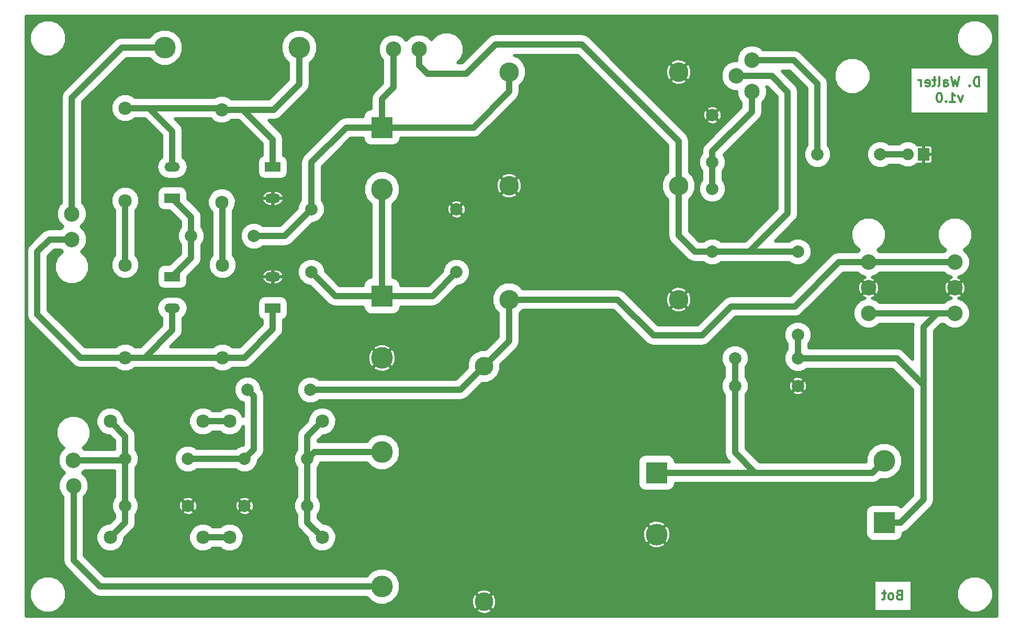
<source format=gbr>
G04 #@! TF.FileFunction,Copper,L2,Bot,Signal*
%FSLAX46Y46*%
G04 Gerber Fmt 4.6, Leading zero omitted, Abs format (unit mm)*
G04 Created by KiCad (PCBNEW 4.0.7) date 04/22/18 21:25:17*
%MOMM*%
%LPD*%
G01*
G04 APERTURE LIST*
%ADD10C,0.100000*%
%ADD11C,0.300000*%
%ADD12R,3.500000X3.500000*%
%ADD13C,3.500000*%
%ADD14C,3.149600*%
%ADD15C,2.997200*%
%ADD16R,2.499360X1.501140*%
%ADD17O,2.499360X1.501140*%
%ADD18C,1.998980*%
%ADD19R,1.900000X2.000000*%
%ADD20C,1.900000*%
%ADD21C,3.500120*%
%ADD22C,2.499360*%
%ADD23C,2.159000*%
%ADD24C,2.000000*%
%ADD25C,1.000000*%
%ADD26C,0.250000*%
%ADD27C,0.500000*%
G04 APERTURE END LIST*
D10*
D11*
X192491714Y-39789571D02*
X192491714Y-38289571D01*
X192134571Y-38289571D01*
X191920286Y-38361000D01*
X191777428Y-38503857D01*
X191706000Y-38646714D01*
X191634571Y-38932429D01*
X191634571Y-39146714D01*
X191706000Y-39432429D01*
X191777428Y-39575286D01*
X191920286Y-39718143D01*
X192134571Y-39789571D01*
X192491714Y-39789571D01*
X190991714Y-39646714D02*
X190920286Y-39718143D01*
X190991714Y-39789571D01*
X191063143Y-39718143D01*
X190991714Y-39646714D01*
X190991714Y-39789571D01*
X189277428Y-38289571D02*
X188920285Y-39789571D01*
X188634571Y-38718143D01*
X188348857Y-39789571D01*
X187991714Y-38289571D01*
X186777428Y-39789571D02*
X186777428Y-39003857D01*
X186848857Y-38861000D01*
X186991714Y-38789571D01*
X187277428Y-38789571D01*
X187420285Y-38861000D01*
X186777428Y-39718143D02*
X186920285Y-39789571D01*
X187277428Y-39789571D01*
X187420285Y-39718143D01*
X187491714Y-39575286D01*
X187491714Y-39432429D01*
X187420285Y-39289571D01*
X187277428Y-39218143D01*
X186920285Y-39218143D01*
X186777428Y-39146714D01*
X185848856Y-39789571D02*
X185991714Y-39718143D01*
X186063142Y-39575286D01*
X186063142Y-38289571D01*
X185491714Y-38789571D02*
X184920285Y-38789571D01*
X185277428Y-38289571D02*
X185277428Y-39575286D01*
X185206000Y-39718143D01*
X185063142Y-39789571D01*
X184920285Y-39789571D01*
X183848857Y-39718143D02*
X183991714Y-39789571D01*
X184277428Y-39789571D01*
X184420285Y-39718143D01*
X184491714Y-39575286D01*
X184491714Y-39003857D01*
X184420285Y-38861000D01*
X184277428Y-38789571D01*
X183991714Y-38789571D01*
X183848857Y-38861000D01*
X183777428Y-39003857D01*
X183777428Y-39146714D01*
X184491714Y-39289571D01*
X183134571Y-39789571D02*
X183134571Y-38789571D01*
X183134571Y-39075286D02*
X183063143Y-38932429D01*
X182991714Y-38861000D01*
X182848857Y-38789571D01*
X182706000Y-38789571D01*
X189848856Y-41339571D02*
X189491713Y-42339571D01*
X189134571Y-41339571D01*
X187777428Y-42339571D02*
X188634571Y-42339571D01*
X188205999Y-42339571D02*
X188205999Y-40839571D01*
X188348856Y-41053857D01*
X188491714Y-41196714D01*
X188634571Y-41268143D01*
X187134571Y-42196714D02*
X187063143Y-42268143D01*
X187134571Y-42339571D01*
X187206000Y-42268143D01*
X187134571Y-42196714D01*
X187134571Y-42339571D01*
X186134571Y-40839571D02*
X185991714Y-40839571D01*
X185848857Y-40911000D01*
X185777428Y-40982429D01*
X185705999Y-41125286D01*
X185634571Y-41411000D01*
X185634571Y-41768143D01*
X185705999Y-42053857D01*
X185777428Y-42196714D01*
X185848857Y-42268143D01*
X185991714Y-42339571D01*
X186134571Y-42339571D01*
X186277428Y-42268143D01*
X186348857Y-42196714D01*
X186420285Y-42053857D01*
X186491714Y-41768143D01*
X186491714Y-41411000D01*
X186420285Y-41125286D01*
X186348857Y-40982429D01*
X186277428Y-40911000D01*
X186134571Y-40839571D01*
X179562000Y-122066857D02*
X179347714Y-122138286D01*
X179276286Y-122209714D01*
X179204857Y-122352571D01*
X179204857Y-122566857D01*
X179276286Y-122709714D01*
X179347714Y-122781143D01*
X179490572Y-122852571D01*
X180062000Y-122852571D01*
X180062000Y-121352571D01*
X179562000Y-121352571D01*
X179419143Y-121424000D01*
X179347714Y-121495429D01*
X179276286Y-121638286D01*
X179276286Y-121781143D01*
X179347714Y-121924000D01*
X179419143Y-121995429D01*
X179562000Y-122066857D01*
X180062000Y-122066857D01*
X178347714Y-122852571D02*
X178490572Y-122781143D01*
X178562000Y-122709714D01*
X178633429Y-122566857D01*
X178633429Y-122138286D01*
X178562000Y-121995429D01*
X178490572Y-121924000D01*
X178347714Y-121852571D01*
X178133429Y-121852571D01*
X177990572Y-121924000D01*
X177919143Y-121995429D01*
X177847714Y-122138286D01*
X177847714Y-122566857D01*
X177919143Y-122709714D01*
X177990572Y-122781143D01*
X178133429Y-122852571D01*
X178347714Y-122852571D01*
X177419143Y-121852571D02*
X176847714Y-121852571D01*
X177204857Y-121352571D02*
X177204857Y-122638286D01*
X177133429Y-122781143D01*
X176990571Y-122852571D01*
X176847714Y-122852571D01*
D12*
X95885000Y-46435000D03*
D13*
X95885000Y-56435000D03*
D14*
X116459000Y-37465000D03*
X143891000Y-37465000D03*
X143891000Y-55880000D03*
X116459000Y-55880000D03*
D12*
X177165000Y-110410000D03*
D13*
X177165000Y-100410000D03*
D12*
X95885000Y-73740000D03*
D13*
X95885000Y-83740000D03*
D12*
X140335000Y-102315000D03*
D13*
X140335000Y-112315000D03*
D15*
X112395000Y-123190000D03*
X112395000Y-85090000D03*
D14*
X116459000Y-74295000D03*
X143891000Y-74295000D03*
D16*
X78232000Y-52832000D03*
D17*
X78232000Y-57912000D03*
D16*
X61976000Y-57912000D03*
D17*
X61976000Y-52832000D03*
D16*
X78232000Y-75692000D03*
D17*
X78232000Y-70612000D03*
D16*
X61976000Y-70612000D03*
D17*
X61976000Y-75692000D03*
D18*
X149352000Y-52070000D03*
X149352000Y-44450000D03*
D19*
X183515000Y-50800000D03*
D20*
X180975000Y-50800000D03*
D18*
X73660000Y-107696000D03*
X83820000Y-107696000D03*
X83820000Y-100076000D03*
X73660000Y-100076000D03*
X64516000Y-107696000D03*
X54356000Y-107696000D03*
X54356000Y-100076000D03*
X64516000Y-100076000D03*
D21*
X60744100Y-33528000D03*
X82511900Y-33528000D03*
X95885000Y-120738900D03*
X95885000Y-98971100D03*
D22*
X101892100Y-33782000D03*
X97751900Y-33792160D03*
X45720000Y-64554100D03*
X45709840Y-60413900D03*
X45974000Y-100291900D03*
X45984160Y-104432100D03*
D18*
X75184000Y-64008000D03*
X65024000Y-64008000D03*
X84455000Y-69850000D03*
X84455000Y-59690000D03*
X153035000Y-83820000D03*
X163195000Y-83820000D03*
X149352000Y-56388000D03*
X149352000Y-66548000D03*
X107950000Y-59690000D03*
X107950000Y-69850000D03*
X163195000Y-88265000D03*
X153035000Y-88265000D03*
X176530000Y-50800000D03*
X166370000Y-50800000D03*
X84328000Y-88900000D03*
X74168000Y-88900000D03*
D23*
X69977000Y-43561000D03*
X69977000Y-58547000D03*
X54356000Y-43307000D03*
X54356000Y-58293000D03*
X70104000Y-68707000D03*
X70104000Y-83693000D03*
X54356000Y-68707000D03*
X54356000Y-83693000D03*
X86233000Y-112776000D03*
X71247000Y-112776000D03*
X86233000Y-93980000D03*
X71247000Y-93980000D03*
X66929000Y-112776000D03*
X51943000Y-112776000D03*
X66929000Y-93980000D03*
X51943000Y-93980000D03*
D22*
X155752800Y-40640000D03*
X155752800Y-35560000D03*
X153212800Y-38100000D03*
X188595000Y-72390000D03*
X188595000Y-76530200D03*
X188595000Y-68249800D03*
X174625000Y-72390000D03*
X174625000Y-76530200D03*
X174625000Y-68249800D03*
D24*
X163195000Y-66548000D03*
X163195000Y-80010000D03*
D25*
X61976000Y-52832000D02*
X61976000Y-47033756D01*
X61976000Y-47033756D02*
X58249244Y-43307000D01*
X58249244Y-43307000D02*
X54356000Y-43307000D01*
X78232000Y-52832000D02*
X78232000Y-48396512D01*
X78232000Y-48396512D02*
X73396488Y-43561000D01*
X73396488Y-43561000D02*
X69977000Y-43561000D01*
X82511900Y-33528000D02*
X82511900Y-39408100D01*
X78359000Y-43561000D02*
X69977000Y-43561000D01*
X82511900Y-39408100D02*
X78359000Y-43561000D01*
X54356000Y-43307000D02*
X69723000Y-43307000D01*
X69723000Y-43307000D02*
X69977000Y-43561000D01*
X69723000Y-43307000D02*
X69977000Y-43561000D01*
X69723000Y-43307000D02*
X69977000Y-43561000D01*
X69977000Y-43561000D02*
X70104000Y-43561000D01*
X70104000Y-68707000D02*
X70104000Y-58674000D01*
X70104000Y-58674000D02*
X69977000Y-58547000D01*
X70104000Y-58674000D02*
X69977000Y-58547000D01*
X70104000Y-58674000D02*
X69977000Y-58547000D01*
X54356000Y-68707000D02*
X54356000Y-58293000D01*
X95885000Y-46435000D02*
X95885000Y-41837130D01*
X95885000Y-41837130D02*
X97751900Y-39970230D01*
X97751900Y-39970230D02*
X97751900Y-33792160D01*
X116459000Y-37465000D02*
X116459000Y-40662603D01*
X116459000Y-40662603D02*
X110686603Y-46435000D01*
X110686603Y-46435000D02*
X95885000Y-46435000D01*
X84455000Y-59690000D02*
X84455000Y-52091267D01*
X84455000Y-52091267D02*
X90111267Y-46435000D01*
X90111267Y-46435000D02*
X95885000Y-46435000D01*
X75184000Y-64008000D02*
X80137000Y-64008000D01*
X80137000Y-64008000D02*
X84455000Y-59690000D01*
X95885000Y-46435000D02*
X95885000Y-46990000D01*
X95885000Y-73740000D02*
X104060000Y-73740000D01*
X104060000Y-73740000D02*
X107950000Y-69850000D01*
X95885000Y-73740000D02*
X88345000Y-73740000D01*
X88345000Y-73740000D02*
X84455000Y-69850000D01*
X95885000Y-73740000D02*
X95885000Y-56435000D01*
X153035000Y-88265000D02*
X153035000Y-99060000D01*
X155575000Y-102235000D02*
X155575000Y-102315000D01*
X155655000Y-102315000D02*
X155575000Y-102235000D01*
X156290000Y-102315000D02*
X155655000Y-102315000D01*
X153035000Y-99060000D02*
X156290000Y-102315000D01*
X153035000Y-83820000D02*
X153035000Y-88265000D01*
X140335000Y-102315000D02*
X155575000Y-102315000D01*
X155575000Y-102315000D02*
X158750000Y-102315000D01*
X175260000Y-102315000D02*
X177165000Y-100410000D01*
X158750000Y-102315000D02*
X175260000Y-102315000D01*
X78232000Y-75692000D02*
X78232000Y-79047547D01*
X78232000Y-79047547D02*
X73586547Y-83693000D01*
X73586547Y-83693000D02*
X70104000Y-83693000D01*
X61976000Y-75692000D02*
X61976000Y-79214316D01*
X61976000Y-79214316D02*
X57497316Y-83693000D01*
X57497316Y-83693000D02*
X54356000Y-83693000D01*
X45720000Y-64554100D02*
X42125900Y-64554100D01*
X47117000Y-83693000D02*
X54356000Y-83693000D01*
X40132000Y-76708000D02*
X47117000Y-83693000D01*
X40132000Y-66548000D02*
X40132000Y-76708000D01*
X42125900Y-64554100D02*
X40132000Y-66548000D01*
X54356000Y-83693000D02*
X70104000Y-83693000D01*
X78232000Y-75692000D02*
X77470000Y-75692000D01*
D26*
X78105000Y-76327000D02*
X78359000Y-76327000D01*
D25*
X95885000Y-98971100D02*
X84924900Y-98971100D01*
X84924900Y-98971100D02*
X83820000Y-100076000D01*
X83820000Y-107696000D02*
X83820000Y-100076000D01*
X83820000Y-107696000D02*
X83820000Y-110363000D01*
X83820000Y-110363000D02*
X86233000Y-112776000D01*
X83820000Y-100076000D02*
X83820000Y-96393000D01*
X83820000Y-96393000D02*
X86233000Y-93980000D01*
X71247000Y-112776000D02*
X66929000Y-112776000D01*
X66929000Y-93980000D02*
X71247000Y-93980000D01*
X54356000Y-107696000D02*
X54356000Y-100076000D01*
X45974000Y-100291900D02*
X54140100Y-100291900D01*
X54140100Y-100291900D02*
X54356000Y-100076000D01*
X54356000Y-107696000D02*
X54356000Y-110363000D01*
X54356000Y-110363000D02*
X51943000Y-112776000D01*
X54356000Y-100076000D02*
X54356000Y-96393000D01*
X54356000Y-96393000D02*
X51943000Y-93980000D01*
X65024000Y-64008000D02*
X65024000Y-67564000D01*
X65024000Y-67564000D02*
X61976000Y-70612000D01*
X65024000Y-64008000D02*
X65024000Y-60960000D01*
X65024000Y-60960000D02*
X61976000Y-57912000D01*
X155752800Y-40640000D02*
X155752800Y-43890581D01*
X155752800Y-43890581D02*
X149352000Y-50291381D01*
X149352000Y-50291381D02*
X149352000Y-52070000D01*
X149352000Y-56388000D02*
X149352000Y-52070000D01*
X176530000Y-50800000D02*
X180975000Y-50800000D01*
X74168000Y-88900000D02*
X75184000Y-89916000D01*
X75184000Y-89916000D02*
X75184000Y-98552000D01*
X75184000Y-98552000D02*
X73660000Y-100076000D01*
X64516000Y-100076000D02*
X73660000Y-100076000D01*
X45709840Y-60413900D02*
X45709840Y-41623793D01*
X45709840Y-41623793D02*
X53805633Y-33528000D01*
X53805633Y-33528000D02*
X60744100Y-33528000D01*
X95885000Y-120738900D02*
X50253900Y-120738900D01*
X45984160Y-116469160D02*
X45984160Y-104432100D01*
X50253900Y-120738900D02*
X45984160Y-116469160D01*
X166370000Y-50800000D02*
X166370000Y-39370000D01*
X166370000Y-39370000D02*
X162560000Y-35560000D01*
X162560000Y-35560000D02*
X155752800Y-35560000D01*
X153212800Y-38100000D02*
X158935075Y-38100000D01*
X158935075Y-38100000D02*
X161544000Y-40708925D01*
X161544000Y-40708925D02*
X161544000Y-60332333D01*
X161544000Y-60332333D02*
X155328333Y-66548000D01*
X155328333Y-66548000D02*
X149352000Y-66548000D01*
X183515000Y-92075000D02*
X183515000Y-78698520D01*
X183515000Y-78698520D02*
X185683320Y-76530200D01*
X185683320Y-76530200D02*
X188595000Y-76530200D01*
X183515000Y-92075000D02*
X183515000Y-88159450D01*
X183515000Y-88159450D02*
X179175550Y-83820000D01*
X179175550Y-83820000D02*
X163195000Y-83820000D01*
X143891000Y-55880000D02*
X143891000Y-63937816D01*
X143891000Y-63937816D02*
X146501184Y-66548000D01*
X146501184Y-66548000D02*
X149352000Y-66548000D01*
X188595000Y-76530200D02*
X186827686Y-76530200D01*
X186827686Y-76530200D02*
X174625000Y-76530200D01*
X149352000Y-66548000D02*
X163195000Y-66548000D01*
X163195000Y-83820000D02*
X163195000Y-80010000D01*
X177165000Y-110410000D02*
X179785000Y-110410000D01*
X179785000Y-110410000D02*
X183515000Y-106680000D01*
X183515000Y-106680000D02*
X183515000Y-92075000D01*
X101892100Y-33782000D02*
X101892100Y-36401159D01*
X101892100Y-36401159D02*
X103219799Y-37728858D01*
X143891000Y-48641000D02*
X143891000Y-55880000D01*
X103219799Y-37728858D02*
X109537374Y-37728858D01*
X109537374Y-37728858D02*
X114269942Y-32996290D01*
X114269942Y-32996290D02*
X128246290Y-32996290D01*
X128246290Y-32996290D02*
X143891000Y-48641000D01*
X116459000Y-74295000D02*
X134022478Y-74295000D01*
X134022478Y-74295000D02*
X139828053Y-80100575D01*
X139828053Y-80100575D02*
X147668127Y-80100575D01*
X147668127Y-80100575D02*
X152368802Y-75399900D01*
X152368802Y-75399900D02*
X162656113Y-75399900D01*
X162656113Y-75399900D02*
X169806213Y-68249800D01*
X169806213Y-68249800D02*
X174625000Y-68249800D01*
X174625000Y-68249800D02*
X176392314Y-68249800D01*
X176392314Y-68249800D02*
X188595000Y-68249800D01*
X84328000Y-88900000D02*
X108585000Y-88900000D01*
X108585000Y-88900000D02*
X112395000Y-85090000D01*
X116459000Y-74295000D02*
X116459000Y-81026000D01*
X116459000Y-81026000D02*
X112395000Y-85090000D01*
D27*
G36*
X195389180Y-125559500D02*
X38270500Y-125559500D01*
X38270500Y-122592871D01*
X38830680Y-122592871D01*
X39286450Y-123695918D01*
X40129644Y-124540584D01*
X41231893Y-124998278D01*
X42425391Y-124999320D01*
X43461655Y-124571144D01*
X111016684Y-124571144D01*
X111168892Y-124880996D01*
X111909340Y-125221487D01*
X112723725Y-125252704D01*
X113488065Y-124969892D01*
X113621108Y-124880996D01*
X113773316Y-124571144D01*
X112395000Y-123192828D01*
X111016684Y-124571144D01*
X43461655Y-124571144D01*
X43528438Y-124543550D01*
X44373104Y-123700356D01*
X44830798Y-122598107D01*
X44831840Y-121404609D01*
X44376070Y-120301562D01*
X43532876Y-119456896D01*
X42430627Y-118999202D01*
X41237129Y-118998160D01*
X40134082Y-119453930D01*
X39289416Y-120297124D01*
X38831722Y-121399373D01*
X38830680Y-122592871D01*
X38270500Y-122592871D01*
X38270500Y-96406273D01*
X43123306Y-96406273D01*
X43556309Y-97454220D01*
X44357383Y-98256693D01*
X44440159Y-98291065D01*
X43856110Y-98874096D01*
X43474754Y-99792501D01*
X43473887Y-100786936D01*
X43853638Y-101706005D01*
X44514087Y-102367608D01*
X43866270Y-103014296D01*
X43484914Y-103932701D01*
X43484047Y-104927136D01*
X43863798Y-105846205D01*
X44234160Y-106217214D01*
X44234160Y-116469160D01*
X44367371Y-117138856D01*
X44746723Y-117706597D01*
X49016463Y-121976337D01*
X49584204Y-122355689D01*
X50253900Y-122488900D01*
X93392920Y-122488900D01*
X94183384Y-123280744D01*
X95285633Y-123738438D01*
X96479131Y-123739480D01*
X97013398Y-123518725D01*
X110332296Y-123518725D01*
X110615108Y-124283065D01*
X110704004Y-124416108D01*
X111013856Y-124568316D01*
X112392172Y-123190000D01*
X112397828Y-123190000D01*
X113776144Y-124568316D01*
X114085996Y-124416108D01*
X114426487Y-123675660D01*
X114457704Y-122861275D01*
X114174892Y-122096935D01*
X114085996Y-121963892D01*
X113776144Y-121811684D01*
X112397828Y-123190000D01*
X112392172Y-123190000D01*
X111013856Y-121811684D01*
X110704004Y-121963892D01*
X110363513Y-122704340D01*
X110332296Y-123518725D01*
X97013398Y-123518725D01*
X97582178Y-123283710D01*
X98426844Y-122440516D01*
X98689132Y-121808856D01*
X111016684Y-121808856D01*
X112395000Y-123187172D01*
X113773316Y-121808856D01*
X113621108Y-121499004D01*
X112880660Y-121158513D01*
X112066275Y-121127296D01*
X111301935Y-121410108D01*
X111168892Y-121499004D01*
X111016684Y-121808856D01*
X98689132Y-121808856D01*
X98884538Y-121338267D01*
X98885580Y-120144769D01*
X98711722Y-119724000D01*
X175454857Y-119724000D01*
X175454857Y-124774000D01*
X181669143Y-124774000D01*
X181669143Y-122592871D01*
X188830380Y-122592871D01*
X189286150Y-123695918D01*
X190129344Y-124540584D01*
X191231593Y-124998278D01*
X192425091Y-124999320D01*
X193528138Y-124543550D01*
X194372804Y-123700356D01*
X194830498Y-122598107D01*
X194831540Y-121404609D01*
X194375770Y-120301562D01*
X193532576Y-119456896D01*
X192430327Y-118999202D01*
X191236829Y-118998160D01*
X190133782Y-119453930D01*
X189289116Y-120297124D01*
X188831422Y-121399373D01*
X188830380Y-122592871D01*
X181669143Y-122592871D01*
X181669143Y-119724000D01*
X175454857Y-119724000D01*
X98711722Y-119724000D01*
X98429810Y-119041722D01*
X97586616Y-118197056D01*
X96484367Y-117739362D01*
X95290869Y-117738320D01*
X94187822Y-118194090D01*
X93391624Y-118988900D01*
X50978774Y-118988900D01*
X47734160Y-115744286D01*
X47734160Y-106217153D01*
X48102050Y-105849904D01*
X48483406Y-104931499D01*
X48484273Y-103937064D01*
X48104522Y-103017995D01*
X47444073Y-102356392D01*
X47759114Y-102041900D01*
X52606000Y-102041900D01*
X52606000Y-106264462D01*
X52450087Y-106420103D01*
X52106901Y-107246586D01*
X52106120Y-108141488D01*
X52447863Y-108968569D01*
X52606000Y-109126982D01*
X52606000Y-109638126D01*
X51797754Y-110446372D01*
X51481667Y-110446096D01*
X50625168Y-110799994D01*
X49969297Y-111454721D01*
X49613905Y-112310601D01*
X49613096Y-113237333D01*
X49966994Y-114093832D01*
X50621721Y-114749703D01*
X51477601Y-115105095D01*
X52404333Y-115105904D01*
X53260832Y-114752006D01*
X53916703Y-114097279D01*
X54272095Y-113241399D01*
X54272098Y-113237333D01*
X64599096Y-113237333D01*
X64952994Y-114093832D01*
X65607721Y-114749703D01*
X66463601Y-115105095D01*
X67390333Y-115105904D01*
X68246832Y-114752006D01*
X68473233Y-114526000D01*
X69702408Y-114526000D01*
X69925721Y-114749703D01*
X70781601Y-115105095D01*
X71708333Y-115105904D01*
X72564832Y-114752006D01*
X73220703Y-114097279D01*
X73576095Y-113241399D01*
X73576904Y-112314667D01*
X73223006Y-111458168D01*
X72568279Y-110802297D01*
X71712399Y-110446905D01*
X70785667Y-110446096D01*
X69929168Y-110799994D01*
X69702767Y-111026000D01*
X68473592Y-111026000D01*
X68250279Y-110802297D01*
X67394399Y-110446905D01*
X66467667Y-110446096D01*
X65611168Y-110799994D01*
X64955297Y-111454721D01*
X64599905Y-112310601D01*
X64599096Y-113237333D01*
X54272098Y-113237333D01*
X54272374Y-112921500D01*
X55593437Y-111600437D01*
X55972789Y-111032696D01*
X56106000Y-110363000D01*
X56106000Y-109127538D01*
X56261913Y-108971897D01*
X56367628Y-108717306D01*
X63497522Y-108717306D01*
X63589008Y-108975298D01*
X64149138Y-109232661D01*
X64765119Y-109256082D01*
X65343173Y-109041994D01*
X65442992Y-108975298D01*
X65534478Y-108717306D01*
X72641522Y-108717306D01*
X72733008Y-108975298D01*
X73293138Y-109232661D01*
X73909119Y-109256082D01*
X74487173Y-109041994D01*
X74586992Y-108975298D01*
X74678478Y-108717306D01*
X73660000Y-107698828D01*
X72641522Y-108717306D01*
X65534478Y-108717306D01*
X64516000Y-107698828D01*
X63497522Y-108717306D01*
X56367628Y-108717306D01*
X56605099Y-108145414D01*
X56605273Y-107945119D01*
X62955918Y-107945119D01*
X63170006Y-108523173D01*
X63236702Y-108622992D01*
X63494694Y-108714478D01*
X64513172Y-107696000D01*
X64518828Y-107696000D01*
X65537306Y-108714478D01*
X65795298Y-108622992D01*
X66052661Y-108062862D01*
X66057137Y-107945119D01*
X72099918Y-107945119D01*
X72314006Y-108523173D01*
X72380702Y-108622992D01*
X72638694Y-108714478D01*
X73657172Y-107696000D01*
X73662828Y-107696000D01*
X74681306Y-108714478D01*
X74939298Y-108622992D01*
X75196661Y-108062862D01*
X75220082Y-107446881D01*
X75005994Y-106868827D01*
X74939298Y-106769008D01*
X74681306Y-106677522D01*
X73662828Y-107696000D01*
X73657172Y-107696000D01*
X72638694Y-106677522D01*
X72380702Y-106769008D01*
X72123339Y-107329138D01*
X72099918Y-107945119D01*
X66057137Y-107945119D01*
X66076082Y-107446881D01*
X65861994Y-106868827D01*
X65795298Y-106769008D01*
X65537306Y-106677522D01*
X64518828Y-107696000D01*
X64513172Y-107696000D01*
X63494694Y-106677522D01*
X63236702Y-106769008D01*
X62979339Y-107329138D01*
X62955918Y-107945119D01*
X56605273Y-107945119D01*
X56605880Y-107250512D01*
X56367957Y-106674694D01*
X63497522Y-106674694D01*
X64516000Y-107693172D01*
X65534478Y-106674694D01*
X72641522Y-106674694D01*
X73660000Y-107693172D01*
X74678478Y-106674694D01*
X74586992Y-106416702D01*
X74026862Y-106159339D01*
X73410881Y-106135918D01*
X72832827Y-106350006D01*
X72733008Y-106416702D01*
X72641522Y-106674694D01*
X65534478Y-106674694D01*
X65442992Y-106416702D01*
X64882862Y-106159339D01*
X64266881Y-106135918D01*
X63688827Y-106350006D01*
X63589008Y-106416702D01*
X63497522Y-106674694D01*
X56367957Y-106674694D01*
X56264137Y-106423431D01*
X56106000Y-106265018D01*
X56106000Y-101507538D01*
X56261913Y-101351897D01*
X56605099Y-100525414D01*
X56605102Y-100521488D01*
X62266120Y-100521488D01*
X62607863Y-101348569D01*
X63240103Y-101981913D01*
X64066586Y-102325099D01*
X64961488Y-102325880D01*
X65788569Y-101984137D01*
X65946982Y-101826000D01*
X72228462Y-101826000D01*
X72384103Y-101981913D01*
X73210586Y-102325099D01*
X74105488Y-102325880D01*
X74932569Y-101984137D01*
X75565913Y-101351897D01*
X75909099Y-100525414D01*
X75909102Y-100521488D01*
X81570120Y-100521488D01*
X81911863Y-101348569D01*
X82070000Y-101506982D01*
X82070000Y-106264462D01*
X81914087Y-106420103D01*
X81570901Y-107246586D01*
X81570120Y-108141488D01*
X81911863Y-108968569D01*
X82070000Y-109126982D01*
X82070000Y-110363000D01*
X82203211Y-111032696D01*
X82582563Y-111600437D01*
X83903372Y-112921246D01*
X83903096Y-113237333D01*
X84256994Y-114093832D01*
X84911721Y-114749703D01*
X85767601Y-115105095D01*
X86694333Y-115105904D01*
X87550832Y-114752006D01*
X88206703Y-114097279D01*
X88298007Y-113877394D01*
X138775434Y-113877394D01*
X138958226Y-114213368D01*
X139789501Y-114595732D01*
X140703823Y-114630875D01*
X141561995Y-114313447D01*
X141711774Y-114213368D01*
X141894566Y-113877394D01*
X140335000Y-112317828D01*
X138775434Y-113877394D01*
X88298007Y-113877394D01*
X88562095Y-113241399D01*
X88562581Y-112683823D01*
X138019125Y-112683823D01*
X138336553Y-113541995D01*
X138436632Y-113691774D01*
X138772606Y-113874566D01*
X140332172Y-112315000D01*
X140337828Y-112315000D01*
X141897394Y-113874566D01*
X142233368Y-113691774D01*
X142615732Y-112860499D01*
X142650875Y-111946177D01*
X142333447Y-111088005D01*
X142233368Y-110938226D01*
X141897394Y-110755434D01*
X140337828Y-112315000D01*
X140332172Y-112315000D01*
X138772606Y-110755434D01*
X138436632Y-110938226D01*
X138054268Y-111769501D01*
X138019125Y-112683823D01*
X88562581Y-112683823D01*
X88562904Y-112314667D01*
X88209006Y-111458168D01*
X87554279Y-110802297D01*
X87434610Y-110752606D01*
X138775434Y-110752606D01*
X140335000Y-112312172D01*
X141894566Y-110752606D01*
X141711774Y-110416632D01*
X140880499Y-110034268D01*
X139966177Y-109999125D01*
X139108005Y-110316553D01*
X138958226Y-110416632D01*
X138775434Y-110752606D01*
X87434610Y-110752606D01*
X86698399Y-110446905D01*
X86378500Y-110446626D01*
X85570000Y-109638126D01*
X85570000Y-109127538D01*
X85725913Y-108971897D01*
X86069099Y-108145414D01*
X86069880Y-107250512D01*
X85728137Y-106423431D01*
X85570000Y-106265018D01*
X85570000Y-101507538D01*
X85725913Y-101351897D01*
X85987843Y-100721100D01*
X93392920Y-100721100D01*
X94183384Y-101512944D01*
X95285633Y-101970638D01*
X96479131Y-101971680D01*
X97582178Y-101515910D01*
X98426844Y-100672716D01*
X98471571Y-100565000D01*
X137310512Y-100565000D01*
X137310512Y-104065000D01*
X137397673Y-104528222D01*
X137671437Y-104953663D01*
X138089153Y-105239076D01*
X138585000Y-105339488D01*
X142085000Y-105339488D01*
X142548222Y-105252327D01*
X142973663Y-104978563D01*
X143259076Y-104560847D01*
X143359488Y-104065000D01*
X175260000Y-104065000D01*
X175929696Y-103931789D01*
X176497437Y-103552437D01*
X176640331Y-103409543D01*
X177759119Y-103410519D01*
X178862143Y-102954759D01*
X179706793Y-102111582D01*
X180164478Y-101009355D01*
X180165519Y-99815881D01*
X179709759Y-98712857D01*
X178866582Y-97868207D01*
X177764355Y-97410522D01*
X176570881Y-97409481D01*
X175467857Y-97865241D01*
X174623207Y-98708418D01*
X174165522Y-99810645D01*
X174164864Y-100565000D01*
X157014874Y-100565000D01*
X154785000Y-98335126D01*
X154785000Y-89696538D01*
X154940913Y-89540897D01*
X155046628Y-89286306D01*
X162176522Y-89286306D01*
X162268008Y-89544298D01*
X162828138Y-89801661D01*
X163444119Y-89825082D01*
X164022173Y-89610994D01*
X164121992Y-89544298D01*
X164213478Y-89286306D01*
X163195000Y-88267828D01*
X162176522Y-89286306D01*
X155046628Y-89286306D01*
X155284099Y-88714414D01*
X155284273Y-88514119D01*
X161634918Y-88514119D01*
X161849006Y-89092173D01*
X161915702Y-89191992D01*
X162173694Y-89283478D01*
X163192172Y-88265000D01*
X163197828Y-88265000D01*
X164216306Y-89283478D01*
X164474298Y-89191992D01*
X164731661Y-88631862D01*
X164755082Y-88015881D01*
X164540994Y-87437827D01*
X164474298Y-87338008D01*
X164216306Y-87246522D01*
X163197828Y-88265000D01*
X163192172Y-88265000D01*
X162173694Y-87246522D01*
X161915702Y-87338008D01*
X161658339Y-87898138D01*
X161634918Y-88514119D01*
X155284273Y-88514119D01*
X155284880Y-87819512D01*
X155046957Y-87243694D01*
X162176522Y-87243694D01*
X163195000Y-88262172D01*
X164213478Y-87243694D01*
X164121992Y-86985702D01*
X163561862Y-86728339D01*
X162945881Y-86704918D01*
X162367827Y-86919006D01*
X162268008Y-86985702D01*
X162176522Y-87243694D01*
X155046957Y-87243694D01*
X154943137Y-86992431D01*
X154785000Y-86834018D01*
X154785000Y-85251538D01*
X154940913Y-85095897D01*
X155284099Y-84269414D01*
X155284880Y-83374512D01*
X154943137Y-82547431D01*
X154310897Y-81914087D01*
X153484414Y-81570901D01*
X152589512Y-81570120D01*
X151762431Y-81911863D01*
X151129087Y-82544103D01*
X150785901Y-83370586D01*
X150785120Y-84265488D01*
X151126863Y-85092569D01*
X151285000Y-85250982D01*
X151285000Y-86833462D01*
X151129087Y-86989103D01*
X150785901Y-87815586D01*
X150785120Y-88710488D01*
X151126863Y-89537569D01*
X151285000Y-89695982D01*
X151285000Y-99060000D01*
X151418211Y-99729696D01*
X151797563Y-100297437D01*
X152065126Y-100565000D01*
X143359488Y-100565000D01*
X143272327Y-100101778D01*
X142998563Y-99676337D01*
X142580847Y-99390924D01*
X142085000Y-99290512D01*
X138585000Y-99290512D01*
X138121778Y-99377673D01*
X137696337Y-99651437D01*
X137410924Y-100069153D01*
X137310512Y-100565000D01*
X98471571Y-100565000D01*
X98884538Y-99570467D01*
X98885580Y-98376969D01*
X98429810Y-97273922D01*
X97586616Y-96429256D01*
X96484367Y-95971562D01*
X95290869Y-95970520D01*
X94187822Y-96426290D01*
X93391624Y-97221100D01*
X85570000Y-97221100D01*
X85570000Y-97117874D01*
X86378246Y-96309628D01*
X86694333Y-96309904D01*
X87550832Y-95956006D01*
X88206703Y-95301279D01*
X88562095Y-94445399D01*
X88562904Y-93518667D01*
X88209006Y-92662168D01*
X87554279Y-92006297D01*
X86698399Y-91650905D01*
X85771667Y-91650096D01*
X84915168Y-92003994D01*
X84259297Y-92658721D01*
X83903905Y-93514601D01*
X83903626Y-93834500D01*
X82582563Y-95155563D01*
X82203211Y-95723304D01*
X82070000Y-96393000D01*
X82070000Y-98644462D01*
X81914087Y-98800103D01*
X81570901Y-99626586D01*
X81570120Y-100521488D01*
X75909102Y-100521488D01*
X75909294Y-100301580D01*
X76421437Y-99789437D01*
X76800789Y-99221696D01*
X76934000Y-98552000D01*
X76934000Y-89916000D01*
X76820518Y-89345488D01*
X82078120Y-89345488D01*
X82419863Y-90172569D01*
X83052103Y-90805913D01*
X83878586Y-91149099D01*
X84773488Y-91149880D01*
X85600569Y-90808137D01*
X85758982Y-90650000D01*
X108585000Y-90650000D01*
X109254696Y-90516789D01*
X109822437Y-90137437D01*
X112121512Y-87838362D01*
X112939332Y-87839076D01*
X113949923Y-87421508D01*
X114723791Y-86648990D01*
X115143122Y-85639129D01*
X115143840Y-84816034D01*
X117696437Y-82263437D01*
X118075789Y-81695696D01*
X118209000Y-81026000D01*
X118209000Y-76539440D01*
X118704304Y-76045000D01*
X133297604Y-76045000D01*
X138590616Y-81338012D01*
X139158357Y-81717364D01*
X139828053Y-81850575D01*
X147668127Y-81850575D01*
X148337823Y-81717364D01*
X148905564Y-81338012D01*
X149787987Y-80455589D01*
X160944610Y-80455589D01*
X161286431Y-81282858D01*
X161445000Y-81441704D01*
X161445000Y-82388462D01*
X161289087Y-82544103D01*
X160945901Y-83370586D01*
X160945120Y-84265488D01*
X161286863Y-85092569D01*
X161919103Y-85725913D01*
X162745586Y-86069099D01*
X163640488Y-86069880D01*
X164467569Y-85728137D01*
X164625982Y-85570000D01*
X178450676Y-85570000D01*
X181765000Y-88884324D01*
X181765000Y-105955126D01*
X179875636Y-107844490D01*
X179828563Y-107771337D01*
X179410847Y-107485924D01*
X178915000Y-107385512D01*
X175415000Y-107385512D01*
X174951778Y-107472673D01*
X174526337Y-107746437D01*
X174240924Y-108164153D01*
X174140512Y-108660000D01*
X174140512Y-112160000D01*
X174227673Y-112623222D01*
X174501437Y-113048663D01*
X174919153Y-113334076D01*
X175415000Y-113434488D01*
X178915000Y-113434488D01*
X179378222Y-113347327D01*
X179803663Y-113073563D01*
X180089076Y-112655847D01*
X180189488Y-112160000D01*
X180189488Y-112079542D01*
X180454696Y-112026789D01*
X181022437Y-111647437D01*
X184752437Y-107917437D01*
X185131789Y-107349696D01*
X185265000Y-106680000D01*
X185265000Y-79423394D01*
X186408194Y-78280200D01*
X186809947Y-78280200D01*
X187177196Y-78648090D01*
X188095601Y-79029446D01*
X189090036Y-79030313D01*
X190009105Y-78650562D01*
X190712890Y-77948004D01*
X191094246Y-77029599D01*
X191095113Y-76035164D01*
X190715362Y-75116095D01*
X190012804Y-74412310D01*
X189213074Y-74080232D01*
X189555457Y-73953497D01*
X189671931Y-73875671D01*
X189793855Y-73591683D01*
X188595000Y-72392828D01*
X187396145Y-73591683D01*
X187518069Y-73875671D01*
X187970424Y-74083612D01*
X187180895Y-74409838D01*
X186809886Y-74780200D01*
X185683325Y-74780200D01*
X185683320Y-74780199D01*
X185683315Y-74780200D01*
X176410053Y-74780200D01*
X176042804Y-74412310D01*
X175243074Y-74080232D01*
X175585457Y-73953497D01*
X175701931Y-73875671D01*
X175823855Y-73591683D01*
X174625000Y-72392828D01*
X173426145Y-73591683D01*
X173548069Y-73875671D01*
X174000424Y-74083612D01*
X173210895Y-74409838D01*
X172507110Y-75112396D01*
X172125754Y-76030801D01*
X172124887Y-77025236D01*
X172504638Y-77944305D01*
X173207196Y-78648090D01*
X174125601Y-79029446D01*
X175120036Y-79030313D01*
X176039105Y-78650562D01*
X176410114Y-78280200D01*
X181848209Y-78280200D01*
X181765000Y-78698520D01*
X181765000Y-83934576D01*
X180412987Y-82582563D01*
X179845246Y-82203211D01*
X179175550Y-82070000D01*
X164945000Y-82070000D01*
X164945000Y-81442259D01*
X165101345Y-81286187D01*
X165444608Y-80459516D01*
X165445390Y-79564411D01*
X165103569Y-78737142D01*
X164471187Y-78103655D01*
X163644516Y-77760392D01*
X162749411Y-77759610D01*
X161922142Y-78101431D01*
X161288655Y-78733813D01*
X160945392Y-79560484D01*
X160944610Y-80455589D01*
X149787987Y-80455589D01*
X153093676Y-77149900D01*
X162656113Y-77149900D01*
X163325809Y-77016689D01*
X163893550Y-76637337D01*
X167851864Y-72679023D01*
X172812967Y-72679023D01*
X173061503Y-73350457D01*
X173139329Y-73466931D01*
X173423317Y-73588855D01*
X174622172Y-72390000D01*
X174627828Y-72390000D01*
X175826683Y-73588855D01*
X176110671Y-73466931D01*
X176409704Y-72816413D01*
X176414952Y-72679023D01*
X186782967Y-72679023D01*
X187031503Y-73350457D01*
X187109329Y-73466931D01*
X187393317Y-73588855D01*
X188592172Y-72390000D01*
X188597828Y-72390000D01*
X189796683Y-73588855D01*
X190080671Y-73466931D01*
X190379704Y-72816413D01*
X190407033Y-72100977D01*
X190158497Y-71429543D01*
X190080671Y-71313069D01*
X189796683Y-71191145D01*
X188597828Y-72390000D01*
X188592172Y-72390000D01*
X187393317Y-71191145D01*
X187109329Y-71313069D01*
X186810296Y-71963587D01*
X186782967Y-72679023D01*
X176414952Y-72679023D01*
X176437033Y-72100977D01*
X176188497Y-71429543D01*
X176110671Y-71313069D01*
X175826683Y-71191145D01*
X174627828Y-72390000D01*
X174622172Y-72390000D01*
X173423317Y-71191145D01*
X173139329Y-71313069D01*
X172840296Y-71963587D01*
X172812967Y-72679023D01*
X167851864Y-72679023D01*
X170531087Y-69999800D01*
X172839947Y-69999800D01*
X173207196Y-70367690D01*
X174006926Y-70699768D01*
X173664543Y-70826503D01*
X173548069Y-70904329D01*
X173426145Y-71188317D01*
X174625000Y-72387172D01*
X175823855Y-71188317D01*
X175701931Y-70904329D01*
X175249576Y-70696388D01*
X176039105Y-70370162D01*
X176410114Y-69999800D01*
X186809947Y-69999800D01*
X187177196Y-70367690D01*
X187976926Y-70699768D01*
X187634543Y-70826503D01*
X187518069Y-70904329D01*
X187396145Y-71188317D01*
X188595000Y-72387172D01*
X189793855Y-71188317D01*
X189671931Y-70904329D01*
X189219576Y-70696388D01*
X190009105Y-70370162D01*
X190712890Y-69667604D01*
X191094246Y-68749199D01*
X191095113Y-67754764D01*
X190715362Y-66835695D01*
X190130057Y-66249368D01*
X190207400Y-66217411D01*
X191009873Y-65416337D01*
X191444704Y-64369147D01*
X191445694Y-63235267D01*
X191012691Y-62187320D01*
X190211617Y-61384847D01*
X189164427Y-60950016D01*
X188030547Y-60949026D01*
X186982600Y-61382029D01*
X186180127Y-62183103D01*
X185745296Y-63230293D01*
X185744306Y-64364173D01*
X186177309Y-65412120D01*
X186978383Y-66214593D01*
X187061159Y-66248965D01*
X186809886Y-66499800D01*
X176410053Y-66499800D01*
X176160057Y-66249368D01*
X176237400Y-66217411D01*
X177039873Y-65416337D01*
X177474704Y-64369147D01*
X177475694Y-63235267D01*
X177042691Y-62187320D01*
X176241617Y-61384847D01*
X175194427Y-60950016D01*
X174060547Y-60949026D01*
X173012600Y-61382029D01*
X172210127Y-62183103D01*
X171775296Y-63230293D01*
X171774306Y-64364173D01*
X172207309Y-65412120D01*
X173008383Y-66214593D01*
X173091159Y-66248965D01*
X172839886Y-66499800D01*
X169806213Y-66499800D01*
X169136517Y-66633011D01*
X168568776Y-67012363D01*
X161931239Y-73649900D01*
X152368802Y-73649900D01*
X151699106Y-73783111D01*
X151131365Y-74162463D01*
X146943253Y-78350575D01*
X140552927Y-78350575D01*
X137933434Y-75731082D01*
X142457747Y-75731082D01*
X142619225Y-76048851D01*
X143387203Y-76402035D01*
X144231879Y-76434441D01*
X145024660Y-76141136D01*
X145162775Y-76048851D01*
X145324253Y-75731082D01*
X143891000Y-74297828D01*
X142457747Y-75731082D01*
X137933434Y-75731082D01*
X136838231Y-74635879D01*
X141751559Y-74635879D01*
X142044864Y-75428660D01*
X142137149Y-75566775D01*
X142454918Y-75728253D01*
X143888172Y-74295000D01*
X143893828Y-74295000D01*
X145327082Y-75728253D01*
X145644851Y-75566775D01*
X145998035Y-74798797D01*
X146030441Y-73954121D01*
X145737136Y-73161340D01*
X145644851Y-73023225D01*
X145327082Y-72861747D01*
X143893828Y-74295000D01*
X143888172Y-74295000D01*
X142454918Y-72861747D01*
X142137149Y-73023225D01*
X141783965Y-73791203D01*
X141751559Y-74635879D01*
X136838231Y-74635879D01*
X135259915Y-73057563D01*
X134962622Y-72858918D01*
X142457747Y-72858918D01*
X143891000Y-74292172D01*
X145324253Y-72858918D01*
X145162775Y-72541149D01*
X144394797Y-72187965D01*
X143550121Y-72155559D01*
X142757340Y-72448864D01*
X142619225Y-72541149D01*
X142457747Y-72858918D01*
X134962622Y-72858918D01*
X134692174Y-72678211D01*
X134022478Y-72545000D01*
X118703440Y-72545000D01*
X118061210Y-71901648D01*
X117023353Y-71470692D01*
X115899578Y-71469711D01*
X114860970Y-71898855D01*
X114065648Y-72692790D01*
X113634692Y-73730647D01*
X113633711Y-74854422D01*
X114062855Y-75893030D01*
X114709000Y-76540304D01*
X114709000Y-80301126D01*
X112668488Y-82341638D01*
X111850668Y-82340924D01*
X110840077Y-82758492D01*
X110066209Y-83531010D01*
X109646878Y-84540871D01*
X109646160Y-85363966D01*
X107860126Y-87150000D01*
X85759538Y-87150000D01*
X85603897Y-86994087D01*
X84777414Y-86650901D01*
X83882512Y-86650120D01*
X83055431Y-86991863D01*
X82422087Y-87624103D01*
X82078901Y-88450586D01*
X82078120Y-89345488D01*
X76820518Y-89345488D01*
X76800789Y-89246304D01*
X76421437Y-88678563D01*
X76417688Y-88674814D01*
X76417880Y-88454512D01*
X76076137Y-87627431D01*
X75443897Y-86994087D01*
X74617414Y-86650901D01*
X73722512Y-86650120D01*
X72895431Y-86991863D01*
X72262087Y-87624103D01*
X71918901Y-88450586D01*
X71918120Y-89345488D01*
X72259863Y-90172569D01*
X72892103Y-90805913D01*
X73434000Y-91030928D01*
X73434000Y-93172813D01*
X73223006Y-92662168D01*
X72568279Y-92006297D01*
X71712399Y-91650905D01*
X70785667Y-91650096D01*
X69929168Y-92003994D01*
X69702767Y-92230000D01*
X68473592Y-92230000D01*
X68250279Y-92006297D01*
X67394399Y-91650905D01*
X66467667Y-91650096D01*
X65611168Y-92003994D01*
X64955297Y-92658721D01*
X64599905Y-93514601D01*
X64599096Y-94441333D01*
X64952994Y-95297832D01*
X65607721Y-95953703D01*
X66463601Y-96309095D01*
X67390333Y-96309904D01*
X68246832Y-95956006D01*
X68473233Y-95730000D01*
X69702408Y-95730000D01*
X69925721Y-95953703D01*
X70781601Y-96309095D01*
X71708333Y-96309904D01*
X72564832Y-95956006D01*
X73220703Y-95301279D01*
X73434000Y-94787602D01*
X73434000Y-97826312D01*
X73214512Y-97826120D01*
X72387431Y-98167863D01*
X72229018Y-98326000D01*
X65947538Y-98326000D01*
X65791897Y-98170087D01*
X64965414Y-97826901D01*
X64070512Y-97826120D01*
X63243431Y-98167863D01*
X62610087Y-98800103D01*
X62266901Y-99626586D01*
X62266120Y-100521488D01*
X56605102Y-100521488D01*
X56605880Y-99630512D01*
X56264137Y-98803431D01*
X56106000Y-98645018D01*
X56106000Y-96393000D01*
X55972789Y-95723304D01*
X55593437Y-95155563D01*
X54272628Y-93834754D01*
X54272904Y-93518667D01*
X53919006Y-92662168D01*
X53264279Y-92006297D01*
X52408399Y-91650905D01*
X51481667Y-91650096D01*
X50625168Y-92003994D01*
X49969297Y-92658721D01*
X49613905Y-93514601D01*
X49613096Y-94441333D01*
X49966994Y-95297832D01*
X50621721Y-95953703D01*
X51477601Y-96309095D01*
X51797500Y-96309374D01*
X52606000Y-97117874D01*
X52606000Y-98541900D01*
X47759053Y-98541900D01*
X47509057Y-98291468D01*
X47586400Y-98259511D01*
X48388873Y-97458437D01*
X48823704Y-96411247D01*
X48824694Y-95277367D01*
X48391691Y-94229420D01*
X47590617Y-93426947D01*
X46543427Y-92992116D01*
X45409547Y-92991126D01*
X44361600Y-93424129D01*
X43559127Y-94225203D01*
X43124296Y-95272393D01*
X43123306Y-96406273D01*
X38270500Y-96406273D01*
X38270500Y-66548000D01*
X38382000Y-66548000D01*
X38382000Y-76708000D01*
X38515211Y-77377696D01*
X38894563Y-77945437D01*
X45879563Y-84930437D01*
X46447304Y-85309789D01*
X47117000Y-85443000D01*
X52811408Y-85443000D01*
X53034721Y-85666703D01*
X53890601Y-86022095D01*
X54817333Y-86022904D01*
X55673832Y-85669006D01*
X55900233Y-85443000D01*
X68559408Y-85443000D01*
X68782721Y-85666703D01*
X69638601Y-86022095D01*
X70565333Y-86022904D01*
X71421832Y-85669006D01*
X71648233Y-85443000D01*
X73586547Y-85443000D01*
X74256243Y-85309789D01*
X74267310Y-85302394D01*
X94325434Y-85302394D01*
X94508226Y-85638368D01*
X95339501Y-86020732D01*
X96253823Y-86055875D01*
X97111995Y-85738447D01*
X97261774Y-85638368D01*
X97444566Y-85302394D01*
X95885000Y-83742828D01*
X94325434Y-85302394D01*
X74267310Y-85302394D01*
X74823984Y-84930437D01*
X75645598Y-84108823D01*
X93569125Y-84108823D01*
X93886553Y-84966995D01*
X93986632Y-85116774D01*
X94322606Y-85299566D01*
X95882172Y-83740000D01*
X95887828Y-83740000D01*
X97447394Y-85299566D01*
X97783368Y-85116774D01*
X98165732Y-84285499D01*
X98200875Y-83371177D01*
X97883447Y-82513005D01*
X97783368Y-82363226D01*
X97447394Y-82180434D01*
X95887828Y-83740000D01*
X95882172Y-83740000D01*
X94322606Y-82180434D01*
X93986632Y-82363226D01*
X93604268Y-83194501D01*
X93569125Y-84108823D01*
X75645598Y-84108823D01*
X77576815Y-82177606D01*
X94325434Y-82177606D01*
X95885000Y-83737172D01*
X97444566Y-82177606D01*
X97261774Y-81841632D01*
X96430499Y-81459268D01*
X95516177Y-81424125D01*
X94658005Y-81741553D01*
X94508226Y-81841632D01*
X94325434Y-82177606D01*
X77576815Y-82177606D01*
X79469437Y-80284984D01*
X79848789Y-79717243D01*
X79982000Y-79047547D01*
X79982000Y-77606025D01*
X80370343Y-77356133D01*
X80655756Y-76938417D01*
X80756168Y-76442570D01*
X80756168Y-74941430D01*
X80669007Y-74478208D01*
X80395243Y-74052767D01*
X79977527Y-73767354D01*
X79481680Y-73666942D01*
X76982320Y-73666942D01*
X76519098Y-73754103D01*
X76093657Y-74027867D01*
X75808244Y-74445583D01*
X75707832Y-74941430D01*
X75707832Y-76442570D01*
X75794993Y-76905792D01*
X76068757Y-77331233D01*
X76482000Y-77613590D01*
X76482000Y-78322673D01*
X72861673Y-81943000D01*
X71648592Y-81943000D01*
X71425279Y-81719297D01*
X70569399Y-81363905D01*
X69642667Y-81363096D01*
X68786168Y-81716994D01*
X68559767Y-81943000D01*
X61722190Y-81943000D01*
X63213437Y-80451753D01*
X63592789Y-79884012D01*
X63726000Y-79214316D01*
X63726000Y-77248738D01*
X63938699Y-77106617D01*
X64372368Y-76457585D01*
X64524652Y-75692000D01*
X64372368Y-74926415D01*
X63938699Y-74277383D01*
X63289667Y-73843714D01*
X62524082Y-73691430D01*
X61427918Y-73691430D01*
X60662333Y-73843714D01*
X60013301Y-74277383D01*
X59579632Y-74926415D01*
X59427348Y-75692000D01*
X59579632Y-76457585D01*
X60013301Y-77106617D01*
X60226000Y-77248738D01*
X60226000Y-78489442D01*
X56772442Y-81943000D01*
X55900592Y-81943000D01*
X55677279Y-81719297D01*
X54821399Y-81363905D01*
X53894667Y-81363096D01*
X53038168Y-81716994D01*
X52811767Y-81943000D01*
X47841874Y-81943000D01*
X41882000Y-75983126D01*
X41882000Y-67272874D01*
X42850774Y-66304100D01*
X43934947Y-66304100D01*
X44184943Y-66554532D01*
X44107600Y-66586489D01*
X43305127Y-67387563D01*
X42870296Y-68434753D01*
X42869306Y-69568633D01*
X43302309Y-70616580D01*
X44103383Y-71419053D01*
X45150573Y-71853884D01*
X46284453Y-71854874D01*
X47332400Y-71421871D01*
X48134873Y-70620797D01*
X48569704Y-69573607D01*
X48570694Y-68439727D01*
X48137691Y-67391780D01*
X47336617Y-66589307D01*
X47253841Y-66554935D01*
X47837890Y-65971904D01*
X48219246Y-65053499D01*
X48220113Y-64059064D01*
X47840362Y-63139995D01*
X47179913Y-62478392D01*
X47827730Y-61831704D01*
X48209086Y-60913299D01*
X48209953Y-59918864D01*
X47830202Y-58999795D01*
X47585169Y-58754333D01*
X52026096Y-58754333D01*
X52379994Y-59610832D01*
X52606000Y-59837233D01*
X52606000Y-67162408D01*
X52382297Y-67385721D01*
X52026905Y-68241601D01*
X52026096Y-69168333D01*
X52379994Y-70024832D01*
X53034721Y-70680703D01*
X53890601Y-71036095D01*
X54817333Y-71036904D01*
X55673832Y-70683006D01*
X56329703Y-70028279D01*
X56685095Y-69172399D01*
X56685904Y-68245667D01*
X56332006Y-67389168D01*
X56106000Y-67162767D01*
X56106000Y-59837592D01*
X56329703Y-59614279D01*
X56685095Y-58758399D01*
X56685904Y-57831667D01*
X56408968Y-57161430D01*
X59451832Y-57161430D01*
X59451832Y-58662570D01*
X59538993Y-59125792D01*
X59812757Y-59551233D01*
X60230473Y-59836646D01*
X60726320Y-59937058D01*
X61526184Y-59937058D01*
X63274000Y-61684874D01*
X63274000Y-62576462D01*
X63118087Y-62732103D01*
X62774901Y-63558586D01*
X62774120Y-64453488D01*
X63115863Y-65280569D01*
X63274000Y-65438982D01*
X63274000Y-66839126D01*
X61526184Y-68586942D01*
X60726320Y-68586942D01*
X60263098Y-68674103D01*
X59837657Y-68947867D01*
X59552244Y-69365583D01*
X59451832Y-69861430D01*
X59451832Y-71362570D01*
X59538993Y-71825792D01*
X59812757Y-72251233D01*
X60230473Y-72536646D01*
X60726320Y-72637058D01*
X63225680Y-72637058D01*
X63688902Y-72549897D01*
X64114343Y-72276133D01*
X64399756Y-71858417D01*
X64500168Y-71362570D01*
X64500168Y-70562706D01*
X66261437Y-68801437D01*
X66640789Y-68233696D01*
X66774000Y-67564000D01*
X66774000Y-65439538D01*
X66929913Y-65283897D01*
X67273099Y-64457414D01*
X67273880Y-63562512D01*
X66932137Y-62735431D01*
X66774000Y-62577018D01*
X66774000Y-60960000D01*
X66640789Y-60290304D01*
X66261437Y-59722563D01*
X65547207Y-59008333D01*
X67647096Y-59008333D01*
X68000994Y-59864832D01*
X68354000Y-60218455D01*
X68354000Y-67162408D01*
X68130297Y-67385721D01*
X67774905Y-68241601D01*
X67774096Y-69168333D01*
X68127994Y-70024832D01*
X68782721Y-70680703D01*
X69638601Y-71036095D01*
X70565333Y-71036904D01*
X71096503Y-70817429D01*
X76448647Y-70817429D01*
X76530555Y-71107859D01*
X76811834Y-71530228D01*
X77233336Y-71812805D01*
X77730890Y-71912570D01*
X78230000Y-71912570D01*
X78230000Y-70614000D01*
X78234000Y-70614000D01*
X78234000Y-71912570D01*
X78733110Y-71912570D01*
X79230664Y-71812805D01*
X79652166Y-71530228D01*
X79933445Y-71107859D01*
X80015353Y-70817429D01*
X79894178Y-70614000D01*
X78234000Y-70614000D01*
X78230000Y-70614000D01*
X76569822Y-70614000D01*
X76448647Y-70817429D01*
X71096503Y-70817429D01*
X71421832Y-70683006D01*
X71698750Y-70406571D01*
X76448647Y-70406571D01*
X76569822Y-70610000D01*
X78230000Y-70610000D01*
X78230000Y-69311430D01*
X78234000Y-69311430D01*
X78234000Y-70610000D01*
X79894178Y-70610000D01*
X80015353Y-70406571D01*
X79984026Y-70295488D01*
X82205120Y-70295488D01*
X82546863Y-71122569D01*
X83179103Y-71755913D01*
X84005586Y-72099099D01*
X84229420Y-72099294D01*
X87107563Y-74977437D01*
X87675304Y-75356789D01*
X88345000Y-75490000D01*
X92860512Y-75490000D01*
X92947673Y-75953222D01*
X93221437Y-76378663D01*
X93639153Y-76664076D01*
X94135000Y-76764488D01*
X97635000Y-76764488D01*
X98098222Y-76677327D01*
X98523663Y-76403563D01*
X98809076Y-75985847D01*
X98909488Y-75490000D01*
X104060000Y-75490000D01*
X104729696Y-75356789D01*
X105297437Y-74977437D01*
X108175186Y-72099688D01*
X108395488Y-72099880D01*
X109222569Y-71758137D01*
X109855913Y-71125897D01*
X110199099Y-70299414D01*
X110199880Y-69404512D01*
X109858137Y-68577431D01*
X109225897Y-67944087D01*
X108399414Y-67600901D01*
X107504512Y-67600120D01*
X106677431Y-67941863D01*
X106044087Y-68574103D01*
X105700901Y-69400586D01*
X105700706Y-69624420D01*
X103335126Y-71990000D01*
X98909488Y-71990000D01*
X98822327Y-71526778D01*
X98548563Y-71101337D01*
X98130847Y-70815924D01*
X97635000Y-70715512D01*
X97635000Y-60711306D01*
X106931522Y-60711306D01*
X107023008Y-60969298D01*
X107583138Y-61226661D01*
X108199119Y-61250082D01*
X108777173Y-61035994D01*
X108876992Y-60969298D01*
X108968478Y-60711306D01*
X107950000Y-59692828D01*
X106931522Y-60711306D01*
X97635000Y-60711306D01*
X97635000Y-59939119D01*
X106389918Y-59939119D01*
X106604006Y-60517173D01*
X106670702Y-60616992D01*
X106928694Y-60708478D01*
X107947172Y-59690000D01*
X107952828Y-59690000D01*
X108971306Y-60708478D01*
X109229298Y-60616992D01*
X109486661Y-60056862D01*
X109510082Y-59440881D01*
X109295994Y-58862827D01*
X109229298Y-58763008D01*
X108971306Y-58671522D01*
X107952828Y-59690000D01*
X107947172Y-59690000D01*
X106928694Y-58671522D01*
X106670702Y-58763008D01*
X106413339Y-59323138D01*
X106389918Y-59939119D01*
X97635000Y-59939119D01*
X97635000Y-58926994D01*
X97893751Y-58668694D01*
X106931522Y-58668694D01*
X107950000Y-59687172D01*
X108968478Y-58668694D01*
X108876992Y-58410702D01*
X108316862Y-58153339D01*
X107700881Y-58129918D01*
X107122827Y-58344006D01*
X107023008Y-58410702D01*
X106931522Y-58668694D01*
X97893751Y-58668694D01*
X98426793Y-58136582D01*
X98767494Y-57316082D01*
X115025747Y-57316082D01*
X115187225Y-57633851D01*
X115955203Y-57987035D01*
X116799879Y-58019441D01*
X117592660Y-57726136D01*
X117730775Y-57633851D01*
X117892253Y-57316082D01*
X116459000Y-55882828D01*
X115025747Y-57316082D01*
X98767494Y-57316082D01*
X98884478Y-57034355D01*
X98885187Y-56220879D01*
X114319559Y-56220879D01*
X114612864Y-57013660D01*
X114705149Y-57151775D01*
X115022918Y-57313253D01*
X116456172Y-55880000D01*
X116461828Y-55880000D01*
X117895082Y-57313253D01*
X118212851Y-57151775D01*
X118566035Y-56383797D01*
X118598441Y-55539121D01*
X118305136Y-54746340D01*
X118212851Y-54608225D01*
X117895082Y-54446747D01*
X116461828Y-55880000D01*
X116456172Y-55880000D01*
X115022918Y-54446747D01*
X114705149Y-54608225D01*
X114351965Y-55376203D01*
X114319559Y-56220879D01*
X98885187Y-56220879D01*
X98885519Y-55840881D01*
X98429759Y-54737857D01*
X98136333Y-54443918D01*
X115025747Y-54443918D01*
X116459000Y-55877172D01*
X117892253Y-54443918D01*
X117730775Y-54126149D01*
X116962797Y-53772965D01*
X116118121Y-53740559D01*
X115325340Y-54033864D01*
X115187225Y-54126149D01*
X115025747Y-54443918D01*
X98136333Y-54443918D01*
X97586582Y-53893207D01*
X96484355Y-53435522D01*
X95290881Y-53434481D01*
X94187857Y-53890241D01*
X93343207Y-54733418D01*
X92885522Y-55835645D01*
X92884481Y-57029119D01*
X93340241Y-58132143D01*
X94135000Y-58928290D01*
X94135000Y-70715512D01*
X93671778Y-70802673D01*
X93246337Y-71076437D01*
X92960924Y-71494153D01*
X92860512Y-71990000D01*
X89069874Y-71990000D01*
X86704688Y-69624814D01*
X86704880Y-69404512D01*
X86363137Y-68577431D01*
X85730897Y-67944087D01*
X84904414Y-67600901D01*
X84009512Y-67600120D01*
X83182431Y-67941863D01*
X82549087Y-68574103D01*
X82205901Y-69400586D01*
X82205120Y-70295488D01*
X79984026Y-70295488D01*
X79933445Y-70116141D01*
X79652166Y-69693772D01*
X79230664Y-69411195D01*
X78733110Y-69311430D01*
X78234000Y-69311430D01*
X78230000Y-69311430D01*
X77730890Y-69311430D01*
X77233336Y-69411195D01*
X76811834Y-69693772D01*
X76530555Y-70116141D01*
X76448647Y-70406571D01*
X71698750Y-70406571D01*
X72077703Y-70028279D01*
X72433095Y-69172399D01*
X72433904Y-68245667D01*
X72080006Y-67389168D01*
X71854000Y-67162767D01*
X71854000Y-64453488D01*
X72934120Y-64453488D01*
X73275863Y-65280569D01*
X73908103Y-65913913D01*
X74734586Y-66257099D01*
X75629488Y-66257880D01*
X76456569Y-65916137D01*
X76614982Y-65758000D01*
X80137000Y-65758000D01*
X80806696Y-65624789D01*
X81374437Y-65245437D01*
X84680186Y-61939688D01*
X84900488Y-61939880D01*
X85727569Y-61598137D01*
X86360913Y-60965897D01*
X86704099Y-60139414D01*
X86704880Y-59244512D01*
X86363137Y-58417431D01*
X86205000Y-58259018D01*
X86205000Y-52816141D01*
X90836141Y-48185000D01*
X92860512Y-48185000D01*
X92947673Y-48648222D01*
X93221437Y-49073663D01*
X93639153Y-49359076D01*
X94135000Y-49459488D01*
X97635000Y-49459488D01*
X98098222Y-49372327D01*
X98523663Y-49098563D01*
X98809076Y-48680847D01*
X98909488Y-48185000D01*
X110686603Y-48185000D01*
X111356299Y-48051789D01*
X111924040Y-47672437D01*
X117696437Y-41900040D01*
X118075789Y-41332299D01*
X118209000Y-40662603D01*
X118209000Y-39709440D01*
X118852352Y-39067210D01*
X119283308Y-38029353D01*
X119284289Y-36905578D01*
X118855145Y-35866970D01*
X118061210Y-35071648D01*
X117277661Y-34746290D01*
X127521416Y-34746290D01*
X142141000Y-49365874D01*
X142141000Y-53635560D01*
X141497648Y-54277790D01*
X141066692Y-55315647D01*
X141065711Y-56439422D01*
X141494855Y-57478030D01*
X142141000Y-58125304D01*
X142141000Y-63937816D01*
X142274211Y-64607512D01*
X142653563Y-65175253D01*
X145263747Y-67785437D01*
X145831488Y-68164789D01*
X146501184Y-68298000D01*
X147920462Y-68298000D01*
X148076103Y-68453913D01*
X148902586Y-68797099D01*
X149797488Y-68797880D01*
X150624569Y-68456137D01*
X150782982Y-68298000D01*
X161762741Y-68298000D01*
X161918813Y-68454345D01*
X162745484Y-68797608D01*
X163640589Y-68798390D01*
X164467858Y-68456569D01*
X165101345Y-67824187D01*
X165444608Y-66997516D01*
X165445390Y-66102411D01*
X165103569Y-65275142D01*
X164471187Y-64641655D01*
X163644516Y-64298392D01*
X162749411Y-64297610D01*
X161922142Y-64639431D01*
X161763296Y-64798000D01*
X159553207Y-64798000D01*
X162781437Y-61569770D01*
X163160789Y-61002029D01*
X163294000Y-60332333D01*
X163294000Y-40708925D01*
X163160789Y-40039229D01*
X162781437Y-39471488D01*
X160619949Y-37310000D01*
X161835126Y-37310000D01*
X164620000Y-40094874D01*
X164620000Y-49368462D01*
X164464087Y-49524103D01*
X164120901Y-50350586D01*
X164120120Y-51245488D01*
X164461863Y-52072569D01*
X165094103Y-52705913D01*
X165920586Y-53049099D01*
X166815488Y-53049880D01*
X167642569Y-52708137D01*
X168275913Y-52075897D01*
X168619099Y-51249414D01*
X168619102Y-51245488D01*
X174280120Y-51245488D01*
X174621863Y-52072569D01*
X175254103Y-52705913D01*
X176080586Y-53049099D01*
X176975488Y-53049880D01*
X177802569Y-52708137D01*
X177960982Y-52550000D01*
X179613390Y-52550000D01*
X179727173Y-52663982D01*
X180535473Y-52999618D01*
X181410687Y-53000381D01*
X182219572Y-52666157D01*
X182536281Y-52350000D01*
X183375500Y-52350000D01*
X183513000Y-52212500D01*
X183513000Y-50802000D01*
X183517000Y-50802000D01*
X183517000Y-52212500D01*
X183654500Y-52350000D01*
X184574402Y-52350000D01*
X184776550Y-52266268D01*
X184931267Y-52111550D01*
X185015000Y-51909402D01*
X185015000Y-50939500D01*
X184877500Y-50802000D01*
X183517000Y-50802000D01*
X183513000Y-50802000D01*
X183493000Y-50802000D01*
X183493000Y-50798000D01*
X183513000Y-50798000D01*
X183513000Y-49387500D01*
X183517000Y-49387500D01*
X183517000Y-50798000D01*
X184877500Y-50798000D01*
X185015000Y-50660500D01*
X185015000Y-49690598D01*
X184931267Y-49488450D01*
X184776550Y-49333732D01*
X184574402Y-49250000D01*
X183654500Y-49250000D01*
X183517000Y-49387500D01*
X183513000Y-49387500D01*
X183375500Y-49250000D01*
X182536262Y-49250000D01*
X182222827Y-48936018D01*
X181414527Y-48600382D01*
X180539313Y-48599619D01*
X179730428Y-48933843D01*
X179614068Y-49050000D01*
X177961538Y-49050000D01*
X177805897Y-48894087D01*
X176979414Y-48550901D01*
X176084512Y-48550120D01*
X175257431Y-48891863D01*
X174624087Y-49524103D01*
X174280901Y-50350586D01*
X174280120Y-51245488D01*
X168619102Y-51245488D01*
X168619880Y-50354512D01*
X168278137Y-49527431D01*
X168120000Y-49369018D01*
X168120000Y-39370000D01*
X167986789Y-38700304D01*
X167982496Y-38693879D01*
X169009490Y-38693879D01*
X169465067Y-39796459D01*
X170307904Y-40640768D01*
X171409687Y-41098269D01*
X172602679Y-41099310D01*
X173705259Y-40643733D01*
X174549568Y-39800896D01*
X175007069Y-38699113D01*
X175008110Y-37506121D01*
X174658913Y-36661000D01*
X181313143Y-36661000D01*
X181313143Y-44261000D01*
X194098857Y-44261000D01*
X194098857Y-36661000D01*
X181313143Y-36661000D01*
X174658913Y-36661000D01*
X174552533Y-36403541D01*
X173709696Y-35559232D01*
X172607913Y-35101731D01*
X171414921Y-35100690D01*
X170312341Y-35556267D01*
X169468032Y-36399104D01*
X169010531Y-37500887D01*
X169009490Y-38693879D01*
X167982496Y-38693879D01*
X167607437Y-38132563D01*
X163797437Y-34322563D01*
X163229696Y-33943211D01*
X162560000Y-33810000D01*
X157537853Y-33810000D01*
X157170604Y-33442110D01*
X156252199Y-33060754D01*
X155257764Y-33059887D01*
X154338695Y-33439638D01*
X153634910Y-34142196D01*
X153253554Y-35060601D01*
X153253083Y-35600354D01*
X152717764Y-35599887D01*
X151798695Y-35979638D01*
X151094910Y-36682196D01*
X150713554Y-37600601D01*
X150712687Y-38595036D01*
X151092438Y-39514105D01*
X151794996Y-40217890D01*
X152713401Y-40599246D01*
X153253154Y-40599717D01*
X153252687Y-41135036D01*
X153632438Y-42054105D01*
X154002800Y-42425114D01*
X154002800Y-43165707D01*
X148114563Y-49053944D01*
X147735211Y-49621685D01*
X147602000Y-50291381D01*
X147602000Y-50638462D01*
X147446087Y-50794103D01*
X147102901Y-51620586D01*
X147102120Y-52515488D01*
X147443863Y-53342569D01*
X147602000Y-53500982D01*
X147602000Y-54956462D01*
X147446087Y-55112103D01*
X147102901Y-55938586D01*
X147102120Y-56833488D01*
X147443863Y-57660569D01*
X148076103Y-58293913D01*
X148902586Y-58637099D01*
X149797488Y-58637880D01*
X150624569Y-58296137D01*
X151257913Y-57663897D01*
X151601099Y-56837414D01*
X151601880Y-55942512D01*
X151260137Y-55115431D01*
X151102000Y-54957018D01*
X151102000Y-53501538D01*
X151257913Y-53345897D01*
X151601099Y-52519414D01*
X151601880Y-51624512D01*
X151277881Y-50840374D01*
X156990237Y-45128018D01*
X157369589Y-44560277D01*
X157502800Y-43890581D01*
X157502800Y-42425053D01*
X157870690Y-42057804D01*
X158252046Y-41139399D01*
X158252913Y-40144964D01*
X158131037Y-39850000D01*
X158210201Y-39850000D01*
X159794000Y-41433799D01*
X159794000Y-59607459D01*
X154603459Y-64798000D01*
X150783538Y-64798000D01*
X150627897Y-64642087D01*
X149801414Y-64298901D01*
X148906512Y-64298120D01*
X148079431Y-64639863D01*
X147921018Y-64798000D01*
X147226058Y-64798000D01*
X145641000Y-63212942D01*
X145641000Y-58124440D01*
X146284352Y-57482210D01*
X146715308Y-56444353D01*
X146716289Y-55320578D01*
X146287145Y-54281970D01*
X145641000Y-53634696D01*
X145641000Y-48641000D01*
X145507789Y-47971304D01*
X145128437Y-47403563D01*
X143196180Y-45471306D01*
X148333522Y-45471306D01*
X148425008Y-45729298D01*
X148985138Y-45986661D01*
X149601119Y-46010082D01*
X150179173Y-45795994D01*
X150278992Y-45729298D01*
X150370478Y-45471306D01*
X149352000Y-44452828D01*
X148333522Y-45471306D01*
X143196180Y-45471306D01*
X142423993Y-44699119D01*
X147791918Y-44699119D01*
X148006006Y-45277173D01*
X148072702Y-45376992D01*
X148330694Y-45468478D01*
X149349172Y-44450000D01*
X149354828Y-44450000D01*
X150373306Y-45468478D01*
X150631298Y-45376992D01*
X150888661Y-44816862D01*
X150912082Y-44200881D01*
X150697994Y-43622827D01*
X150631298Y-43523008D01*
X150373306Y-43431522D01*
X149354828Y-44450000D01*
X149349172Y-44450000D01*
X148330694Y-43431522D01*
X148072702Y-43523008D01*
X147815339Y-44083138D01*
X147791918Y-44699119D01*
X142423993Y-44699119D01*
X141153568Y-43428694D01*
X148333522Y-43428694D01*
X149352000Y-44447172D01*
X150370478Y-43428694D01*
X150278992Y-43170702D01*
X149718862Y-42913339D01*
X149102881Y-42889918D01*
X148524827Y-43104006D01*
X148425008Y-43170702D01*
X148333522Y-43428694D01*
X141153568Y-43428694D01*
X136625956Y-38901082D01*
X142457747Y-38901082D01*
X142619225Y-39218851D01*
X143387203Y-39572035D01*
X144231879Y-39604441D01*
X145024660Y-39311136D01*
X145162775Y-39218851D01*
X145324253Y-38901082D01*
X143891000Y-37467828D01*
X142457747Y-38901082D01*
X136625956Y-38901082D01*
X135530753Y-37805879D01*
X141751559Y-37805879D01*
X142044864Y-38598660D01*
X142137149Y-38736775D01*
X142454918Y-38898253D01*
X143888172Y-37465000D01*
X143893828Y-37465000D01*
X145327082Y-38898253D01*
X145644851Y-38736775D01*
X145998035Y-37968797D01*
X146030441Y-37124121D01*
X145737136Y-36331340D01*
X145644851Y-36193225D01*
X145327082Y-36031747D01*
X143893828Y-37465000D01*
X143888172Y-37465000D01*
X142454918Y-36031747D01*
X142137149Y-36193225D01*
X141783965Y-36961203D01*
X141751559Y-37805879D01*
X135530753Y-37805879D01*
X133753792Y-36028918D01*
X142457747Y-36028918D01*
X143891000Y-37462172D01*
X145324253Y-36028918D01*
X145162775Y-35711149D01*
X144394797Y-35357965D01*
X143550121Y-35325559D01*
X142757340Y-35618864D01*
X142619225Y-35711149D01*
X142457747Y-36028918D01*
X133753792Y-36028918D01*
X130317925Y-32593051D01*
X188830380Y-32593051D01*
X189286150Y-33696098D01*
X190129344Y-34540764D01*
X191231593Y-34998458D01*
X192425091Y-34999500D01*
X193528138Y-34543730D01*
X194372804Y-33700536D01*
X194830498Y-32598287D01*
X194831540Y-31404789D01*
X194375770Y-30301742D01*
X193532576Y-29457076D01*
X192430327Y-28999382D01*
X191236829Y-28998340D01*
X190133782Y-29454110D01*
X189289116Y-30297304D01*
X188831422Y-31399553D01*
X188830380Y-32593051D01*
X130317925Y-32593051D01*
X129483727Y-31758853D01*
X128915986Y-31379501D01*
X128246290Y-31246290D01*
X114269942Y-31246290D01*
X113600246Y-31379501D01*
X113032505Y-31758853D01*
X108812500Y-35978858D01*
X108175799Y-35978858D01*
X108757053Y-35398617D01*
X109191884Y-34351427D01*
X109192874Y-33217547D01*
X108759871Y-32169600D01*
X107958797Y-31367127D01*
X106911607Y-30932296D01*
X105777727Y-30931306D01*
X104729780Y-31364309D01*
X103927307Y-32165383D01*
X103892935Y-32248159D01*
X103309904Y-31664110D01*
X102391499Y-31282754D01*
X101397064Y-31281887D01*
X100477995Y-31661638D01*
X99816392Y-32322087D01*
X99169704Y-31674270D01*
X98251299Y-31292914D01*
X97256864Y-31292047D01*
X96337795Y-31671798D01*
X95634010Y-32374356D01*
X95252654Y-33292761D01*
X95251787Y-34287196D01*
X95631538Y-35206265D01*
X96001900Y-35577274D01*
X96001900Y-39245356D01*
X94647563Y-40599693D01*
X94268211Y-41167434D01*
X94135000Y-41837130D01*
X94135000Y-43410512D01*
X93671778Y-43497673D01*
X93246337Y-43771437D01*
X92960924Y-44189153D01*
X92860512Y-44685000D01*
X90111272Y-44685000D01*
X90111267Y-44684999D01*
X89441571Y-44818211D01*
X88873830Y-45197563D01*
X83217563Y-50853830D01*
X82838211Y-51421571D01*
X82705000Y-52091267D01*
X82705000Y-58258462D01*
X82549087Y-58414103D01*
X82205901Y-59240586D01*
X82205706Y-59464420D01*
X79412126Y-62258000D01*
X76615538Y-62258000D01*
X76459897Y-62102087D01*
X75633414Y-61758901D01*
X74738512Y-61758120D01*
X73911431Y-62099863D01*
X73278087Y-62732103D01*
X72934901Y-63558586D01*
X72934120Y-64453488D01*
X71854000Y-64453488D01*
X71854000Y-59964813D01*
X71950703Y-59868279D01*
X72306095Y-59012399D01*
X72306876Y-58117429D01*
X76448647Y-58117429D01*
X76530555Y-58407859D01*
X76811834Y-58830228D01*
X77233336Y-59112805D01*
X77730890Y-59212570D01*
X78230000Y-59212570D01*
X78230000Y-57914000D01*
X78234000Y-57914000D01*
X78234000Y-59212570D01*
X78733110Y-59212570D01*
X79230664Y-59112805D01*
X79652166Y-58830228D01*
X79933445Y-58407859D01*
X80015353Y-58117429D01*
X79894178Y-57914000D01*
X78234000Y-57914000D01*
X78230000Y-57914000D01*
X76569822Y-57914000D01*
X76448647Y-58117429D01*
X72306876Y-58117429D01*
X72306904Y-58085667D01*
X72150265Y-57706571D01*
X76448647Y-57706571D01*
X76569822Y-57910000D01*
X78230000Y-57910000D01*
X78230000Y-56611430D01*
X78234000Y-56611430D01*
X78234000Y-57910000D01*
X79894178Y-57910000D01*
X80015353Y-57706571D01*
X79933445Y-57416141D01*
X79652166Y-56993772D01*
X79230664Y-56711195D01*
X78733110Y-56611430D01*
X78234000Y-56611430D01*
X78230000Y-56611430D01*
X77730890Y-56611430D01*
X77233336Y-56711195D01*
X76811834Y-56993772D01*
X76530555Y-57416141D01*
X76448647Y-57706571D01*
X72150265Y-57706571D01*
X71953006Y-57229168D01*
X71298279Y-56573297D01*
X70442399Y-56217905D01*
X69515667Y-56217096D01*
X68659168Y-56570994D01*
X68003297Y-57225721D01*
X67647905Y-58081601D01*
X67647096Y-59008333D01*
X65547207Y-59008333D01*
X64500168Y-57961294D01*
X64500168Y-57161430D01*
X64413007Y-56698208D01*
X64139243Y-56272767D01*
X63721527Y-55987354D01*
X63225680Y-55886942D01*
X60726320Y-55886942D01*
X60263098Y-55974103D01*
X59837657Y-56247867D01*
X59552244Y-56665583D01*
X59451832Y-57161430D01*
X56408968Y-57161430D01*
X56332006Y-56975168D01*
X55677279Y-56319297D01*
X54821399Y-55963905D01*
X53894667Y-55963096D01*
X53038168Y-56316994D01*
X52382297Y-56971721D01*
X52026905Y-57827601D01*
X52026096Y-58754333D01*
X47585169Y-58754333D01*
X47459840Y-58628786D01*
X47459840Y-43768333D01*
X52026096Y-43768333D01*
X52379994Y-44624832D01*
X53034721Y-45280703D01*
X53890601Y-45636095D01*
X54817333Y-45636904D01*
X55673832Y-45283006D01*
X55900233Y-45057000D01*
X57524370Y-45057000D01*
X60226000Y-47758630D01*
X60226000Y-51275262D01*
X60013301Y-51417383D01*
X59579632Y-52066415D01*
X59427348Y-52832000D01*
X59579632Y-53597585D01*
X60013301Y-54246617D01*
X60662333Y-54680286D01*
X61427918Y-54832570D01*
X62524082Y-54832570D01*
X63289667Y-54680286D01*
X63938699Y-54246617D01*
X64372368Y-53597585D01*
X64524652Y-52832000D01*
X64372368Y-52066415D01*
X63938699Y-51417383D01*
X63726000Y-51275262D01*
X63726000Y-47033756D01*
X63592789Y-46364060D01*
X63213437Y-45796319D01*
X62474118Y-45057000D01*
X68178851Y-45057000D01*
X68655721Y-45534703D01*
X69511601Y-45890095D01*
X70438333Y-45890904D01*
X71294832Y-45537006D01*
X71521233Y-45311000D01*
X72671614Y-45311000D01*
X76482000Y-49121386D01*
X76482000Y-50917975D01*
X76093657Y-51167867D01*
X75808244Y-51585583D01*
X75707832Y-52081430D01*
X75707832Y-53582570D01*
X75794993Y-54045792D01*
X76068757Y-54471233D01*
X76486473Y-54756646D01*
X76982320Y-54857058D01*
X79481680Y-54857058D01*
X79944902Y-54769897D01*
X80370343Y-54496133D01*
X80655756Y-54078417D01*
X80756168Y-53582570D01*
X80756168Y-52081430D01*
X80669007Y-51618208D01*
X80395243Y-51192767D01*
X79982000Y-50910410D01*
X79982000Y-48396512D01*
X79848789Y-47726816D01*
X79469437Y-47159075D01*
X77621362Y-45311000D01*
X78359000Y-45311000D01*
X79028696Y-45177789D01*
X79596437Y-44798437D01*
X83749337Y-40645537D01*
X84128689Y-40077796D01*
X84261901Y-39408100D01*
X84261900Y-39408095D01*
X84261900Y-36020080D01*
X85053744Y-35229616D01*
X85511438Y-34127367D01*
X85512480Y-32933869D01*
X85056710Y-31830822D01*
X84213516Y-30986156D01*
X83111267Y-30528462D01*
X81917769Y-30527420D01*
X80814722Y-30983190D01*
X79970056Y-31826384D01*
X79512362Y-32928633D01*
X79511320Y-34122131D01*
X79967090Y-35225178D01*
X80761900Y-36021376D01*
X80761900Y-38683226D01*
X77634126Y-41811000D01*
X71521592Y-41811000D01*
X71298279Y-41587297D01*
X70442399Y-41231905D01*
X69515667Y-41231096D01*
X68726919Y-41557000D01*
X55900592Y-41557000D01*
X55677279Y-41333297D01*
X54821399Y-40977905D01*
X53894667Y-40977096D01*
X53038168Y-41330994D01*
X52382297Y-41985721D01*
X52026905Y-42841601D01*
X52026096Y-43768333D01*
X47459840Y-43768333D01*
X47459840Y-42348667D01*
X54530507Y-35278000D01*
X58252020Y-35278000D01*
X59042484Y-36069844D01*
X60144733Y-36527538D01*
X61338231Y-36528580D01*
X62441278Y-36072810D01*
X63285944Y-35229616D01*
X63743638Y-34127367D01*
X63744680Y-32933869D01*
X63288910Y-31830822D01*
X62445716Y-30986156D01*
X61343467Y-30528462D01*
X60149969Y-30527420D01*
X59046922Y-30983190D01*
X58250724Y-31778000D01*
X53805633Y-31778000D01*
X53135937Y-31911211D01*
X52568196Y-32290563D01*
X44472403Y-40386356D01*
X44093051Y-40954097D01*
X43959840Y-41623793D01*
X43959840Y-58628847D01*
X43591950Y-58996096D01*
X43210594Y-59914501D01*
X43209727Y-60908936D01*
X43589478Y-61828005D01*
X44249927Y-62489608D01*
X43934886Y-62804100D01*
X42125900Y-62804100D01*
X41456204Y-62937311D01*
X40888463Y-63316663D01*
X38894563Y-65310563D01*
X38515211Y-65878304D01*
X38382000Y-66548000D01*
X38270500Y-66548000D01*
X38270500Y-32593051D01*
X38830680Y-32593051D01*
X39286450Y-33696098D01*
X40129644Y-34540764D01*
X41231893Y-34998458D01*
X42425391Y-34999500D01*
X43528438Y-34543730D01*
X44373104Y-33700536D01*
X44830798Y-32598287D01*
X44831840Y-31404789D01*
X44376070Y-30301742D01*
X43532876Y-29457076D01*
X42430627Y-28999382D01*
X41237129Y-28998340D01*
X40134082Y-29454110D01*
X39289416Y-30297304D01*
X38831722Y-31399553D01*
X38830680Y-32593051D01*
X38270500Y-32593051D01*
X38270500Y-28440700D01*
X195389180Y-28440700D01*
X195389180Y-125559500D01*
X195389180Y-125559500D01*
G37*
X195389180Y-125559500D02*
X38270500Y-125559500D01*
X38270500Y-122592871D01*
X38830680Y-122592871D01*
X39286450Y-123695918D01*
X40129644Y-124540584D01*
X41231893Y-124998278D01*
X42425391Y-124999320D01*
X43461655Y-124571144D01*
X111016684Y-124571144D01*
X111168892Y-124880996D01*
X111909340Y-125221487D01*
X112723725Y-125252704D01*
X113488065Y-124969892D01*
X113621108Y-124880996D01*
X113773316Y-124571144D01*
X112395000Y-123192828D01*
X111016684Y-124571144D01*
X43461655Y-124571144D01*
X43528438Y-124543550D01*
X44373104Y-123700356D01*
X44830798Y-122598107D01*
X44831840Y-121404609D01*
X44376070Y-120301562D01*
X43532876Y-119456896D01*
X42430627Y-118999202D01*
X41237129Y-118998160D01*
X40134082Y-119453930D01*
X39289416Y-120297124D01*
X38831722Y-121399373D01*
X38830680Y-122592871D01*
X38270500Y-122592871D01*
X38270500Y-96406273D01*
X43123306Y-96406273D01*
X43556309Y-97454220D01*
X44357383Y-98256693D01*
X44440159Y-98291065D01*
X43856110Y-98874096D01*
X43474754Y-99792501D01*
X43473887Y-100786936D01*
X43853638Y-101706005D01*
X44514087Y-102367608D01*
X43866270Y-103014296D01*
X43484914Y-103932701D01*
X43484047Y-104927136D01*
X43863798Y-105846205D01*
X44234160Y-106217214D01*
X44234160Y-116469160D01*
X44367371Y-117138856D01*
X44746723Y-117706597D01*
X49016463Y-121976337D01*
X49584204Y-122355689D01*
X50253900Y-122488900D01*
X93392920Y-122488900D01*
X94183384Y-123280744D01*
X95285633Y-123738438D01*
X96479131Y-123739480D01*
X97013398Y-123518725D01*
X110332296Y-123518725D01*
X110615108Y-124283065D01*
X110704004Y-124416108D01*
X111013856Y-124568316D01*
X112392172Y-123190000D01*
X112397828Y-123190000D01*
X113776144Y-124568316D01*
X114085996Y-124416108D01*
X114426487Y-123675660D01*
X114457704Y-122861275D01*
X114174892Y-122096935D01*
X114085996Y-121963892D01*
X113776144Y-121811684D01*
X112397828Y-123190000D01*
X112392172Y-123190000D01*
X111013856Y-121811684D01*
X110704004Y-121963892D01*
X110363513Y-122704340D01*
X110332296Y-123518725D01*
X97013398Y-123518725D01*
X97582178Y-123283710D01*
X98426844Y-122440516D01*
X98689132Y-121808856D01*
X111016684Y-121808856D01*
X112395000Y-123187172D01*
X113773316Y-121808856D01*
X113621108Y-121499004D01*
X112880660Y-121158513D01*
X112066275Y-121127296D01*
X111301935Y-121410108D01*
X111168892Y-121499004D01*
X111016684Y-121808856D01*
X98689132Y-121808856D01*
X98884538Y-121338267D01*
X98885580Y-120144769D01*
X98711722Y-119724000D01*
X175454857Y-119724000D01*
X175454857Y-124774000D01*
X181669143Y-124774000D01*
X181669143Y-122592871D01*
X188830380Y-122592871D01*
X189286150Y-123695918D01*
X190129344Y-124540584D01*
X191231593Y-124998278D01*
X192425091Y-124999320D01*
X193528138Y-124543550D01*
X194372804Y-123700356D01*
X194830498Y-122598107D01*
X194831540Y-121404609D01*
X194375770Y-120301562D01*
X193532576Y-119456896D01*
X192430327Y-118999202D01*
X191236829Y-118998160D01*
X190133782Y-119453930D01*
X189289116Y-120297124D01*
X188831422Y-121399373D01*
X188830380Y-122592871D01*
X181669143Y-122592871D01*
X181669143Y-119724000D01*
X175454857Y-119724000D01*
X98711722Y-119724000D01*
X98429810Y-119041722D01*
X97586616Y-118197056D01*
X96484367Y-117739362D01*
X95290869Y-117738320D01*
X94187822Y-118194090D01*
X93391624Y-118988900D01*
X50978774Y-118988900D01*
X47734160Y-115744286D01*
X47734160Y-106217153D01*
X48102050Y-105849904D01*
X48483406Y-104931499D01*
X48484273Y-103937064D01*
X48104522Y-103017995D01*
X47444073Y-102356392D01*
X47759114Y-102041900D01*
X52606000Y-102041900D01*
X52606000Y-106264462D01*
X52450087Y-106420103D01*
X52106901Y-107246586D01*
X52106120Y-108141488D01*
X52447863Y-108968569D01*
X52606000Y-109126982D01*
X52606000Y-109638126D01*
X51797754Y-110446372D01*
X51481667Y-110446096D01*
X50625168Y-110799994D01*
X49969297Y-111454721D01*
X49613905Y-112310601D01*
X49613096Y-113237333D01*
X49966994Y-114093832D01*
X50621721Y-114749703D01*
X51477601Y-115105095D01*
X52404333Y-115105904D01*
X53260832Y-114752006D01*
X53916703Y-114097279D01*
X54272095Y-113241399D01*
X54272098Y-113237333D01*
X64599096Y-113237333D01*
X64952994Y-114093832D01*
X65607721Y-114749703D01*
X66463601Y-115105095D01*
X67390333Y-115105904D01*
X68246832Y-114752006D01*
X68473233Y-114526000D01*
X69702408Y-114526000D01*
X69925721Y-114749703D01*
X70781601Y-115105095D01*
X71708333Y-115105904D01*
X72564832Y-114752006D01*
X73220703Y-114097279D01*
X73576095Y-113241399D01*
X73576904Y-112314667D01*
X73223006Y-111458168D01*
X72568279Y-110802297D01*
X71712399Y-110446905D01*
X70785667Y-110446096D01*
X69929168Y-110799994D01*
X69702767Y-111026000D01*
X68473592Y-111026000D01*
X68250279Y-110802297D01*
X67394399Y-110446905D01*
X66467667Y-110446096D01*
X65611168Y-110799994D01*
X64955297Y-111454721D01*
X64599905Y-112310601D01*
X64599096Y-113237333D01*
X54272098Y-113237333D01*
X54272374Y-112921500D01*
X55593437Y-111600437D01*
X55972789Y-111032696D01*
X56106000Y-110363000D01*
X56106000Y-109127538D01*
X56261913Y-108971897D01*
X56367628Y-108717306D01*
X63497522Y-108717306D01*
X63589008Y-108975298D01*
X64149138Y-109232661D01*
X64765119Y-109256082D01*
X65343173Y-109041994D01*
X65442992Y-108975298D01*
X65534478Y-108717306D01*
X72641522Y-108717306D01*
X72733008Y-108975298D01*
X73293138Y-109232661D01*
X73909119Y-109256082D01*
X74487173Y-109041994D01*
X74586992Y-108975298D01*
X74678478Y-108717306D01*
X73660000Y-107698828D01*
X72641522Y-108717306D01*
X65534478Y-108717306D01*
X64516000Y-107698828D01*
X63497522Y-108717306D01*
X56367628Y-108717306D01*
X56605099Y-108145414D01*
X56605273Y-107945119D01*
X62955918Y-107945119D01*
X63170006Y-108523173D01*
X63236702Y-108622992D01*
X63494694Y-108714478D01*
X64513172Y-107696000D01*
X64518828Y-107696000D01*
X65537306Y-108714478D01*
X65795298Y-108622992D01*
X66052661Y-108062862D01*
X66057137Y-107945119D01*
X72099918Y-107945119D01*
X72314006Y-108523173D01*
X72380702Y-108622992D01*
X72638694Y-108714478D01*
X73657172Y-107696000D01*
X73662828Y-107696000D01*
X74681306Y-108714478D01*
X74939298Y-108622992D01*
X75196661Y-108062862D01*
X75220082Y-107446881D01*
X75005994Y-106868827D01*
X74939298Y-106769008D01*
X74681306Y-106677522D01*
X73662828Y-107696000D01*
X73657172Y-107696000D01*
X72638694Y-106677522D01*
X72380702Y-106769008D01*
X72123339Y-107329138D01*
X72099918Y-107945119D01*
X66057137Y-107945119D01*
X66076082Y-107446881D01*
X65861994Y-106868827D01*
X65795298Y-106769008D01*
X65537306Y-106677522D01*
X64518828Y-107696000D01*
X64513172Y-107696000D01*
X63494694Y-106677522D01*
X63236702Y-106769008D01*
X62979339Y-107329138D01*
X62955918Y-107945119D01*
X56605273Y-107945119D01*
X56605880Y-107250512D01*
X56367957Y-106674694D01*
X63497522Y-106674694D01*
X64516000Y-107693172D01*
X65534478Y-106674694D01*
X72641522Y-106674694D01*
X73660000Y-107693172D01*
X74678478Y-106674694D01*
X74586992Y-106416702D01*
X74026862Y-106159339D01*
X73410881Y-106135918D01*
X72832827Y-106350006D01*
X72733008Y-106416702D01*
X72641522Y-106674694D01*
X65534478Y-106674694D01*
X65442992Y-106416702D01*
X64882862Y-106159339D01*
X64266881Y-106135918D01*
X63688827Y-106350006D01*
X63589008Y-106416702D01*
X63497522Y-106674694D01*
X56367957Y-106674694D01*
X56264137Y-106423431D01*
X56106000Y-106265018D01*
X56106000Y-101507538D01*
X56261913Y-101351897D01*
X56605099Y-100525414D01*
X56605102Y-100521488D01*
X62266120Y-100521488D01*
X62607863Y-101348569D01*
X63240103Y-101981913D01*
X64066586Y-102325099D01*
X64961488Y-102325880D01*
X65788569Y-101984137D01*
X65946982Y-101826000D01*
X72228462Y-101826000D01*
X72384103Y-101981913D01*
X73210586Y-102325099D01*
X74105488Y-102325880D01*
X74932569Y-101984137D01*
X75565913Y-101351897D01*
X75909099Y-100525414D01*
X75909102Y-100521488D01*
X81570120Y-100521488D01*
X81911863Y-101348569D01*
X82070000Y-101506982D01*
X82070000Y-106264462D01*
X81914087Y-106420103D01*
X81570901Y-107246586D01*
X81570120Y-108141488D01*
X81911863Y-108968569D01*
X82070000Y-109126982D01*
X82070000Y-110363000D01*
X82203211Y-111032696D01*
X82582563Y-111600437D01*
X83903372Y-112921246D01*
X83903096Y-113237333D01*
X84256994Y-114093832D01*
X84911721Y-114749703D01*
X85767601Y-115105095D01*
X86694333Y-115105904D01*
X87550832Y-114752006D01*
X88206703Y-114097279D01*
X88298007Y-113877394D01*
X138775434Y-113877394D01*
X138958226Y-114213368D01*
X139789501Y-114595732D01*
X140703823Y-114630875D01*
X141561995Y-114313447D01*
X141711774Y-114213368D01*
X141894566Y-113877394D01*
X140335000Y-112317828D01*
X138775434Y-113877394D01*
X88298007Y-113877394D01*
X88562095Y-113241399D01*
X88562581Y-112683823D01*
X138019125Y-112683823D01*
X138336553Y-113541995D01*
X138436632Y-113691774D01*
X138772606Y-113874566D01*
X140332172Y-112315000D01*
X140337828Y-112315000D01*
X141897394Y-113874566D01*
X142233368Y-113691774D01*
X142615732Y-112860499D01*
X142650875Y-111946177D01*
X142333447Y-111088005D01*
X142233368Y-110938226D01*
X141897394Y-110755434D01*
X140337828Y-112315000D01*
X140332172Y-112315000D01*
X138772606Y-110755434D01*
X138436632Y-110938226D01*
X138054268Y-111769501D01*
X138019125Y-112683823D01*
X88562581Y-112683823D01*
X88562904Y-112314667D01*
X88209006Y-111458168D01*
X87554279Y-110802297D01*
X87434610Y-110752606D01*
X138775434Y-110752606D01*
X140335000Y-112312172D01*
X141894566Y-110752606D01*
X141711774Y-110416632D01*
X140880499Y-110034268D01*
X139966177Y-109999125D01*
X139108005Y-110316553D01*
X138958226Y-110416632D01*
X138775434Y-110752606D01*
X87434610Y-110752606D01*
X86698399Y-110446905D01*
X86378500Y-110446626D01*
X85570000Y-109638126D01*
X85570000Y-109127538D01*
X85725913Y-108971897D01*
X86069099Y-108145414D01*
X86069880Y-107250512D01*
X85728137Y-106423431D01*
X85570000Y-106265018D01*
X85570000Y-101507538D01*
X85725913Y-101351897D01*
X85987843Y-100721100D01*
X93392920Y-100721100D01*
X94183384Y-101512944D01*
X95285633Y-101970638D01*
X96479131Y-101971680D01*
X97582178Y-101515910D01*
X98426844Y-100672716D01*
X98471571Y-100565000D01*
X137310512Y-100565000D01*
X137310512Y-104065000D01*
X137397673Y-104528222D01*
X137671437Y-104953663D01*
X138089153Y-105239076D01*
X138585000Y-105339488D01*
X142085000Y-105339488D01*
X142548222Y-105252327D01*
X142973663Y-104978563D01*
X143259076Y-104560847D01*
X143359488Y-104065000D01*
X175260000Y-104065000D01*
X175929696Y-103931789D01*
X176497437Y-103552437D01*
X176640331Y-103409543D01*
X177759119Y-103410519D01*
X178862143Y-102954759D01*
X179706793Y-102111582D01*
X180164478Y-101009355D01*
X180165519Y-99815881D01*
X179709759Y-98712857D01*
X178866582Y-97868207D01*
X177764355Y-97410522D01*
X176570881Y-97409481D01*
X175467857Y-97865241D01*
X174623207Y-98708418D01*
X174165522Y-99810645D01*
X174164864Y-100565000D01*
X157014874Y-100565000D01*
X154785000Y-98335126D01*
X154785000Y-89696538D01*
X154940913Y-89540897D01*
X155046628Y-89286306D01*
X162176522Y-89286306D01*
X162268008Y-89544298D01*
X162828138Y-89801661D01*
X163444119Y-89825082D01*
X164022173Y-89610994D01*
X164121992Y-89544298D01*
X164213478Y-89286306D01*
X163195000Y-88267828D01*
X162176522Y-89286306D01*
X155046628Y-89286306D01*
X155284099Y-88714414D01*
X155284273Y-88514119D01*
X161634918Y-88514119D01*
X161849006Y-89092173D01*
X161915702Y-89191992D01*
X162173694Y-89283478D01*
X163192172Y-88265000D01*
X163197828Y-88265000D01*
X164216306Y-89283478D01*
X164474298Y-89191992D01*
X164731661Y-88631862D01*
X164755082Y-88015881D01*
X164540994Y-87437827D01*
X164474298Y-87338008D01*
X164216306Y-87246522D01*
X163197828Y-88265000D01*
X163192172Y-88265000D01*
X162173694Y-87246522D01*
X161915702Y-87338008D01*
X161658339Y-87898138D01*
X161634918Y-88514119D01*
X155284273Y-88514119D01*
X155284880Y-87819512D01*
X155046957Y-87243694D01*
X162176522Y-87243694D01*
X163195000Y-88262172D01*
X164213478Y-87243694D01*
X164121992Y-86985702D01*
X163561862Y-86728339D01*
X162945881Y-86704918D01*
X162367827Y-86919006D01*
X162268008Y-86985702D01*
X162176522Y-87243694D01*
X155046957Y-87243694D01*
X154943137Y-86992431D01*
X154785000Y-86834018D01*
X154785000Y-85251538D01*
X154940913Y-85095897D01*
X155284099Y-84269414D01*
X155284880Y-83374512D01*
X154943137Y-82547431D01*
X154310897Y-81914087D01*
X153484414Y-81570901D01*
X152589512Y-81570120D01*
X151762431Y-81911863D01*
X151129087Y-82544103D01*
X150785901Y-83370586D01*
X150785120Y-84265488D01*
X151126863Y-85092569D01*
X151285000Y-85250982D01*
X151285000Y-86833462D01*
X151129087Y-86989103D01*
X150785901Y-87815586D01*
X150785120Y-88710488D01*
X151126863Y-89537569D01*
X151285000Y-89695982D01*
X151285000Y-99060000D01*
X151418211Y-99729696D01*
X151797563Y-100297437D01*
X152065126Y-100565000D01*
X143359488Y-100565000D01*
X143272327Y-100101778D01*
X142998563Y-99676337D01*
X142580847Y-99390924D01*
X142085000Y-99290512D01*
X138585000Y-99290512D01*
X138121778Y-99377673D01*
X137696337Y-99651437D01*
X137410924Y-100069153D01*
X137310512Y-100565000D01*
X98471571Y-100565000D01*
X98884538Y-99570467D01*
X98885580Y-98376969D01*
X98429810Y-97273922D01*
X97586616Y-96429256D01*
X96484367Y-95971562D01*
X95290869Y-95970520D01*
X94187822Y-96426290D01*
X93391624Y-97221100D01*
X85570000Y-97221100D01*
X85570000Y-97117874D01*
X86378246Y-96309628D01*
X86694333Y-96309904D01*
X87550832Y-95956006D01*
X88206703Y-95301279D01*
X88562095Y-94445399D01*
X88562904Y-93518667D01*
X88209006Y-92662168D01*
X87554279Y-92006297D01*
X86698399Y-91650905D01*
X85771667Y-91650096D01*
X84915168Y-92003994D01*
X84259297Y-92658721D01*
X83903905Y-93514601D01*
X83903626Y-93834500D01*
X82582563Y-95155563D01*
X82203211Y-95723304D01*
X82070000Y-96393000D01*
X82070000Y-98644462D01*
X81914087Y-98800103D01*
X81570901Y-99626586D01*
X81570120Y-100521488D01*
X75909102Y-100521488D01*
X75909294Y-100301580D01*
X76421437Y-99789437D01*
X76800789Y-99221696D01*
X76934000Y-98552000D01*
X76934000Y-89916000D01*
X76820518Y-89345488D01*
X82078120Y-89345488D01*
X82419863Y-90172569D01*
X83052103Y-90805913D01*
X83878586Y-91149099D01*
X84773488Y-91149880D01*
X85600569Y-90808137D01*
X85758982Y-90650000D01*
X108585000Y-90650000D01*
X109254696Y-90516789D01*
X109822437Y-90137437D01*
X112121512Y-87838362D01*
X112939332Y-87839076D01*
X113949923Y-87421508D01*
X114723791Y-86648990D01*
X115143122Y-85639129D01*
X115143840Y-84816034D01*
X117696437Y-82263437D01*
X118075789Y-81695696D01*
X118209000Y-81026000D01*
X118209000Y-76539440D01*
X118704304Y-76045000D01*
X133297604Y-76045000D01*
X138590616Y-81338012D01*
X139158357Y-81717364D01*
X139828053Y-81850575D01*
X147668127Y-81850575D01*
X148337823Y-81717364D01*
X148905564Y-81338012D01*
X149787987Y-80455589D01*
X160944610Y-80455589D01*
X161286431Y-81282858D01*
X161445000Y-81441704D01*
X161445000Y-82388462D01*
X161289087Y-82544103D01*
X160945901Y-83370586D01*
X160945120Y-84265488D01*
X161286863Y-85092569D01*
X161919103Y-85725913D01*
X162745586Y-86069099D01*
X163640488Y-86069880D01*
X164467569Y-85728137D01*
X164625982Y-85570000D01*
X178450676Y-85570000D01*
X181765000Y-88884324D01*
X181765000Y-105955126D01*
X179875636Y-107844490D01*
X179828563Y-107771337D01*
X179410847Y-107485924D01*
X178915000Y-107385512D01*
X175415000Y-107385512D01*
X174951778Y-107472673D01*
X174526337Y-107746437D01*
X174240924Y-108164153D01*
X174140512Y-108660000D01*
X174140512Y-112160000D01*
X174227673Y-112623222D01*
X174501437Y-113048663D01*
X174919153Y-113334076D01*
X175415000Y-113434488D01*
X178915000Y-113434488D01*
X179378222Y-113347327D01*
X179803663Y-113073563D01*
X180089076Y-112655847D01*
X180189488Y-112160000D01*
X180189488Y-112079542D01*
X180454696Y-112026789D01*
X181022437Y-111647437D01*
X184752437Y-107917437D01*
X185131789Y-107349696D01*
X185265000Y-106680000D01*
X185265000Y-79423394D01*
X186408194Y-78280200D01*
X186809947Y-78280200D01*
X187177196Y-78648090D01*
X188095601Y-79029446D01*
X189090036Y-79030313D01*
X190009105Y-78650562D01*
X190712890Y-77948004D01*
X191094246Y-77029599D01*
X191095113Y-76035164D01*
X190715362Y-75116095D01*
X190012804Y-74412310D01*
X189213074Y-74080232D01*
X189555457Y-73953497D01*
X189671931Y-73875671D01*
X189793855Y-73591683D01*
X188595000Y-72392828D01*
X187396145Y-73591683D01*
X187518069Y-73875671D01*
X187970424Y-74083612D01*
X187180895Y-74409838D01*
X186809886Y-74780200D01*
X185683325Y-74780200D01*
X185683320Y-74780199D01*
X185683315Y-74780200D01*
X176410053Y-74780200D01*
X176042804Y-74412310D01*
X175243074Y-74080232D01*
X175585457Y-73953497D01*
X175701931Y-73875671D01*
X175823855Y-73591683D01*
X174625000Y-72392828D01*
X173426145Y-73591683D01*
X173548069Y-73875671D01*
X174000424Y-74083612D01*
X173210895Y-74409838D01*
X172507110Y-75112396D01*
X172125754Y-76030801D01*
X172124887Y-77025236D01*
X172504638Y-77944305D01*
X173207196Y-78648090D01*
X174125601Y-79029446D01*
X175120036Y-79030313D01*
X176039105Y-78650562D01*
X176410114Y-78280200D01*
X181848209Y-78280200D01*
X181765000Y-78698520D01*
X181765000Y-83934576D01*
X180412987Y-82582563D01*
X179845246Y-82203211D01*
X179175550Y-82070000D01*
X164945000Y-82070000D01*
X164945000Y-81442259D01*
X165101345Y-81286187D01*
X165444608Y-80459516D01*
X165445390Y-79564411D01*
X165103569Y-78737142D01*
X164471187Y-78103655D01*
X163644516Y-77760392D01*
X162749411Y-77759610D01*
X161922142Y-78101431D01*
X161288655Y-78733813D01*
X160945392Y-79560484D01*
X160944610Y-80455589D01*
X149787987Y-80455589D01*
X153093676Y-77149900D01*
X162656113Y-77149900D01*
X163325809Y-77016689D01*
X163893550Y-76637337D01*
X167851864Y-72679023D01*
X172812967Y-72679023D01*
X173061503Y-73350457D01*
X173139329Y-73466931D01*
X173423317Y-73588855D01*
X174622172Y-72390000D01*
X174627828Y-72390000D01*
X175826683Y-73588855D01*
X176110671Y-73466931D01*
X176409704Y-72816413D01*
X176414952Y-72679023D01*
X186782967Y-72679023D01*
X187031503Y-73350457D01*
X187109329Y-73466931D01*
X187393317Y-73588855D01*
X188592172Y-72390000D01*
X188597828Y-72390000D01*
X189796683Y-73588855D01*
X190080671Y-73466931D01*
X190379704Y-72816413D01*
X190407033Y-72100977D01*
X190158497Y-71429543D01*
X190080671Y-71313069D01*
X189796683Y-71191145D01*
X188597828Y-72390000D01*
X188592172Y-72390000D01*
X187393317Y-71191145D01*
X187109329Y-71313069D01*
X186810296Y-71963587D01*
X186782967Y-72679023D01*
X176414952Y-72679023D01*
X176437033Y-72100977D01*
X176188497Y-71429543D01*
X176110671Y-71313069D01*
X175826683Y-71191145D01*
X174627828Y-72390000D01*
X174622172Y-72390000D01*
X173423317Y-71191145D01*
X173139329Y-71313069D01*
X172840296Y-71963587D01*
X172812967Y-72679023D01*
X167851864Y-72679023D01*
X170531087Y-69999800D01*
X172839947Y-69999800D01*
X173207196Y-70367690D01*
X174006926Y-70699768D01*
X173664543Y-70826503D01*
X173548069Y-70904329D01*
X173426145Y-71188317D01*
X174625000Y-72387172D01*
X175823855Y-71188317D01*
X175701931Y-70904329D01*
X175249576Y-70696388D01*
X176039105Y-70370162D01*
X176410114Y-69999800D01*
X186809947Y-69999800D01*
X187177196Y-70367690D01*
X187976926Y-70699768D01*
X187634543Y-70826503D01*
X187518069Y-70904329D01*
X187396145Y-71188317D01*
X188595000Y-72387172D01*
X189793855Y-71188317D01*
X189671931Y-70904329D01*
X189219576Y-70696388D01*
X190009105Y-70370162D01*
X190712890Y-69667604D01*
X191094246Y-68749199D01*
X191095113Y-67754764D01*
X190715362Y-66835695D01*
X190130057Y-66249368D01*
X190207400Y-66217411D01*
X191009873Y-65416337D01*
X191444704Y-64369147D01*
X191445694Y-63235267D01*
X191012691Y-62187320D01*
X190211617Y-61384847D01*
X189164427Y-60950016D01*
X188030547Y-60949026D01*
X186982600Y-61382029D01*
X186180127Y-62183103D01*
X185745296Y-63230293D01*
X185744306Y-64364173D01*
X186177309Y-65412120D01*
X186978383Y-66214593D01*
X187061159Y-66248965D01*
X186809886Y-66499800D01*
X176410053Y-66499800D01*
X176160057Y-66249368D01*
X176237400Y-66217411D01*
X177039873Y-65416337D01*
X177474704Y-64369147D01*
X177475694Y-63235267D01*
X177042691Y-62187320D01*
X176241617Y-61384847D01*
X175194427Y-60950016D01*
X174060547Y-60949026D01*
X173012600Y-61382029D01*
X172210127Y-62183103D01*
X171775296Y-63230293D01*
X171774306Y-64364173D01*
X172207309Y-65412120D01*
X173008383Y-66214593D01*
X173091159Y-66248965D01*
X172839886Y-66499800D01*
X169806213Y-66499800D01*
X169136517Y-66633011D01*
X168568776Y-67012363D01*
X161931239Y-73649900D01*
X152368802Y-73649900D01*
X151699106Y-73783111D01*
X151131365Y-74162463D01*
X146943253Y-78350575D01*
X140552927Y-78350575D01*
X137933434Y-75731082D01*
X142457747Y-75731082D01*
X142619225Y-76048851D01*
X143387203Y-76402035D01*
X144231879Y-76434441D01*
X145024660Y-76141136D01*
X145162775Y-76048851D01*
X145324253Y-75731082D01*
X143891000Y-74297828D01*
X142457747Y-75731082D01*
X137933434Y-75731082D01*
X136838231Y-74635879D01*
X141751559Y-74635879D01*
X142044864Y-75428660D01*
X142137149Y-75566775D01*
X142454918Y-75728253D01*
X143888172Y-74295000D01*
X143893828Y-74295000D01*
X145327082Y-75728253D01*
X145644851Y-75566775D01*
X145998035Y-74798797D01*
X146030441Y-73954121D01*
X145737136Y-73161340D01*
X145644851Y-73023225D01*
X145327082Y-72861747D01*
X143893828Y-74295000D01*
X143888172Y-74295000D01*
X142454918Y-72861747D01*
X142137149Y-73023225D01*
X141783965Y-73791203D01*
X141751559Y-74635879D01*
X136838231Y-74635879D01*
X135259915Y-73057563D01*
X134962622Y-72858918D01*
X142457747Y-72858918D01*
X143891000Y-74292172D01*
X145324253Y-72858918D01*
X145162775Y-72541149D01*
X144394797Y-72187965D01*
X143550121Y-72155559D01*
X142757340Y-72448864D01*
X142619225Y-72541149D01*
X142457747Y-72858918D01*
X134962622Y-72858918D01*
X134692174Y-72678211D01*
X134022478Y-72545000D01*
X118703440Y-72545000D01*
X118061210Y-71901648D01*
X117023353Y-71470692D01*
X115899578Y-71469711D01*
X114860970Y-71898855D01*
X114065648Y-72692790D01*
X113634692Y-73730647D01*
X113633711Y-74854422D01*
X114062855Y-75893030D01*
X114709000Y-76540304D01*
X114709000Y-80301126D01*
X112668488Y-82341638D01*
X111850668Y-82340924D01*
X110840077Y-82758492D01*
X110066209Y-83531010D01*
X109646878Y-84540871D01*
X109646160Y-85363966D01*
X107860126Y-87150000D01*
X85759538Y-87150000D01*
X85603897Y-86994087D01*
X84777414Y-86650901D01*
X83882512Y-86650120D01*
X83055431Y-86991863D01*
X82422087Y-87624103D01*
X82078901Y-88450586D01*
X82078120Y-89345488D01*
X76820518Y-89345488D01*
X76800789Y-89246304D01*
X76421437Y-88678563D01*
X76417688Y-88674814D01*
X76417880Y-88454512D01*
X76076137Y-87627431D01*
X75443897Y-86994087D01*
X74617414Y-86650901D01*
X73722512Y-86650120D01*
X72895431Y-86991863D01*
X72262087Y-87624103D01*
X71918901Y-88450586D01*
X71918120Y-89345488D01*
X72259863Y-90172569D01*
X72892103Y-90805913D01*
X73434000Y-91030928D01*
X73434000Y-93172813D01*
X73223006Y-92662168D01*
X72568279Y-92006297D01*
X71712399Y-91650905D01*
X70785667Y-91650096D01*
X69929168Y-92003994D01*
X69702767Y-92230000D01*
X68473592Y-92230000D01*
X68250279Y-92006297D01*
X67394399Y-91650905D01*
X66467667Y-91650096D01*
X65611168Y-92003994D01*
X64955297Y-92658721D01*
X64599905Y-93514601D01*
X64599096Y-94441333D01*
X64952994Y-95297832D01*
X65607721Y-95953703D01*
X66463601Y-96309095D01*
X67390333Y-96309904D01*
X68246832Y-95956006D01*
X68473233Y-95730000D01*
X69702408Y-95730000D01*
X69925721Y-95953703D01*
X70781601Y-96309095D01*
X71708333Y-96309904D01*
X72564832Y-95956006D01*
X73220703Y-95301279D01*
X73434000Y-94787602D01*
X73434000Y-97826312D01*
X73214512Y-97826120D01*
X72387431Y-98167863D01*
X72229018Y-98326000D01*
X65947538Y-98326000D01*
X65791897Y-98170087D01*
X64965414Y-97826901D01*
X64070512Y-97826120D01*
X63243431Y-98167863D01*
X62610087Y-98800103D01*
X62266901Y-99626586D01*
X62266120Y-100521488D01*
X56605102Y-100521488D01*
X56605880Y-99630512D01*
X56264137Y-98803431D01*
X56106000Y-98645018D01*
X56106000Y-96393000D01*
X55972789Y-95723304D01*
X55593437Y-95155563D01*
X54272628Y-93834754D01*
X54272904Y-93518667D01*
X53919006Y-92662168D01*
X53264279Y-92006297D01*
X52408399Y-91650905D01*
X51481667Y-91650096D01*
X50625168Y-92003994D01*
X49969297Y-92658721D01*
X49613905Y-93514601D01*
X49613096Y-94441333D01*
X49966994Y-95297832D01*
X50621721Y-95953703D01*
X51477601Y-96309095D01*
X51797500Y-96309374D01*
X52606000Y-97117874D01*
X52606000Y-98541900D01*
X47759053Y-98541900D01*
X47509057Y-98291468D01*
X47586400Y-98259511D01*
X48388873Y-97458437D01*
X48823704Y-96411247D01*
X48824694Y-95277367D01*
X48391691Y-94229420D01*
X47590617Y-93426947D01*
X46543427Y-92992116D01*
X45409547Y-92991126D01*
X44361600Y-93424129D01*
X43559127Y-94225203D01*
X43124296Y-95272393D01*
X43123306Y-96406273D01*
X38270500Y-96406273D01*
X38270500Y-66548000D01*
X38382000Y-66548000D01*
X38382000Y-76708000D01*
X38515211Y-77377696D01*
X38894563Y-77945437D01*
X45879563Y-84930437D01*
X46447304Y-85309789D01*
X47117000Y-85443000D01*
X52811408Y-85443000D01*
X53034721Y-85666703D01*
X53890601Y-86022095D01*
X54817333Y-86022904D01*
X55673832Y-85669006D01*
X55900233Y-85443000D01*
X68559408Y-85443000D01*
X68782721Y-85666703D01*
X69638601Y-86022095D01*
X70565333Y-86022904D01*
X71421832Y-85669006D01*
X71648233Y-85443000D01*
X73586547Y-85443000D01*
X74256243Y-85309789D01*
X74267310Y-85302394D01*
X94325434Y-85302394D01*
X94508226Y-85638368D01*
X95339501Y-86020732D01*
X96253823Y-86055875D01*
X97111995Y-85738447D01*
X97261774Y-85638368D01*
X97444566Y-85302394D01*
X95885000Y-83742828D01*
X94325434Y-85302394D01*
X74267310Y-85302394D01*
X74823984Y-84930437D01*
X75645598Y-84108823D01*
X93569125Y-84108823D01*
X93886553Y-84966995D01*
X93986632Y-85116774D01*
X94322606Y-85299566D01*
X95882172Y-83740000D01*
X95887828Y-83740000D01*
X97447394Y-85299566D01*
X97783368Y-85116774D01*
X98165732Y-84285499D01*
X98200875Y-83371177D01*
X97883447Y-82513005D01*
X97783368Y-82363226D01*
X97447394Y-82180434D01*
X95887828Y-83740000D01*
X95882172Y-83740000D01*
X94322606Y-82180434D01*
X93986632Y-82363226D01*
X93604268Y-83194501D01*
X93569125Y-84108823D01*
X75645598Y-84108823D01*
X77576815Y-82177606D01*
X94325434Y-82177606D01*
X95885000Y-83737172D01*
X97444566Y-82177606D01*
X97261774Y-81841632D01*
X96430499Y-81459268D01*
X95516177Y-81424125D01*
X94658005Y-81741553D01*
X94508226Y-81841632D01*
X94325434Y-82177606D01*
X77576815Y-82177606D01*
X79469437Y-80284984D01*
X79848789Y-79717243D01*
X79982000Y-79047547D01*
X79982000Y-77606025D01*
X80370343Y-77356133D01*
X80655756Y-76938417D01*
X80756168Y-76442570D01*
X80756168Y-74941430D01*
X80669007Y-74478208D01*
X80395243Y-74052767D01*
X79977527Y-73767354D01*
X79481680Y-73666942D01*
X76982320Y-73666942D01*
X76519098Y-73754103D01*
X76093657Y-74027867D01*
X75808244Y-74445583D01*
X75707832Y-74941430D01*
X75707832Y-76442570D01*
X75794993Y-76905792D01*
X76068757Y-77331233D01*
X76482000Y-77613590D01*
X76482000Y-78322673D01*
X72861673Y-81943000D01*
X71648592Y-81943000D01*
X71425279Y-81719297D01*
X70569399Y-81363905D01*
X69642667Y-81363096D01*
X68786168Y-81716994D01*
X68559767Y-81943000D01*
X61722190Y-81943000D01*
X63213437Y-80451753D01*
X63592789Y-79884012D01*
X63726000Y-79214316D01*
X63726000Y-77248738D01*
X63938699Y-77106617D01*
X64372368Y-76457585D01*
X64524652Y-75692000D01*
X64372368Y-74926415D01*
X63938699Y-74277383D01*
X63289667Y-73843714D01*
X62524082Y-73691430D01*
X61427918Y-73691430D01*
X60662333Y-73843714D01*
X60013301Y-74277383D01*
X59579632Y-74926415D01*
X59427348Y-75692000D01*
X59579632Y-76457585D01*
X60013301Y-77106617D01*
X60226000Y-77248738D01*
X60226000Y-78489442D01*
X56772442Y-81943000D01*
X55900592Y-81943000D01*
X55677279Y-81719297D01*
X54821399Y-81363905D01*
X53894667Y-81363096D01*
X53038168Y-81716994D01*
X52811767Y-81943000D01*
X47841874Y-81943000D01*
X41882000Y-75983126D01*
X41882000Y-67272874D01*
X42850774Y-66304100D01*
X43934947Y-66304100D01*
X44184943Y-66554532D01*
X44107600Y-66586489D01*
X43305127Y-67387563D01*
X42870296Y-68434753D01*
X42869306Y-69568633D01*
X43302309Y-70616580D01*
X44103383Y-71419053D01*
X45150573Y-71853884D01*
X46284453Y-71854874D01*
X47332400Y-71421871D01*
X48134873Y-70620797D01*
X48569704Y-69573607D01*
X48570694Y-68439727D01*
X48137691Y-67391780D01*
X47336617Y-66589307D01*
X47253841Y-66554935D01*
X47837890Y-65971904D01*
X48219246Y-65053499D01*
X48220113Y-64059064D01*
X47840362Y-63139995D01*
X47179913Y-62478392D01*
X47827730Y-61831704D01*
X48209086Y-60913299D01*
X48209953Y-59918864D01*
X47830202Y-58999795D01*
X47585169Y-58754333D01*
X52026096Y-58754333D01*
X52379994Y-59610832D01*
X52606000Y-59837233D01*
X52606000Y-67162408D01*
X52382297Y-67385721D01*
X52026905Y-68241601D01*
X52026096Y-69168333D01*
X52379994Y-70024832D01*
X53034721Y-70680703D01*
X53890601Y-71036095D01*
X54817333Y-71036904D01*
X55673832Y-70683006D01*
X56329703Y-70028279D01*
X56685095Y-69172399D01*
X56685904Y-68245667D01*
X56332006Y-67389168D01*
X56106000Y-67162767D01*
X56106000Y-59837592D01*
X56329703Y-59614279D01*
X56685095Y-58758399D01*
X56685904Y-57831667D01*
X56408968Y-57161430D01*
X59451832Y-57161430D01*
X59451832Y-58662570D01*
X59538993Y-59125792D01*
X59812757Y-59551233D01*
X60230473Y-59836646D01*
X60726320Y-59937058D01*
X61526184Y-59937058D01*
X63274000Y-61684874D01*
X63274000Y-62576462D01*
X63118087Y-62732103D01*
X62774901Y-63558586D01*
X62774120Y-64453488D01*
X63115863Y-65280569D01*
X63274000Y-65438982D01*
X63274000Y-66839126D01*
X61526184Y-68586942D01*
X60726320Y-68586942D01*
X60263098Y-68674103D01*
X59837657Y-68947867D01*
X59552244Y-69365583D01*
X59451832Y-69861430D01*
X59451832Y-71362570D01*
X59538993Y-71825792D01*
X59812757Y-72251233D01*
X60230473Y-72536646D01*
X60726320Y-72637058D01*
X63225680Y-72637058D01*
X63688902Y-72549897D01*
X64114343Y-72276133D01*
X64399756Y-71858417D01*
X64500168Y-71362570D01*
X64500168Y-70562706D01*
X66261437Y-68801437D01*
X66640789Y-68233696D01*
X66774000Y-67564000D01*
X66774000Y-65439538D01*
X66929913Y-65283897D01*
X67273099Y-64457414D01*
X67273880Y-63562512D01*
X66932137Y-62735431D01*
X66774000Y-62577018D01*
X66774000Y-60960000D01*
X66640789Y-60290304D01*
X66261437Y-59722563D01*
X65547207Y-59008333D01*
X67647096Y-59008333D01*
X68000994Y-59864832D01*
X68354000Y-60218455D01*
X68354000Y-67162408D01*
X68130297Y-67385721D01*
X67774905Y-68241601D01*
X67774096Y-69168333D01*
X68127994Y-70024832D01*
X68782721Y-70680703D01*
X69638601Y-71036095D01*
X70565333Y-71036904D01*
X71096503Y-70817429D01*
X76448647Y-70817429D01*
X76530555Y-71107859D01*
X76811834Y-71530228D01*
X77233336Y-71812805D01*
X77730890Y-71912570D01*
X78230000Y-71912570D01*
X78230000Y-70614000D01*
X78234000Y-70614000D01*
X78234000Y-71912570D01*
X78733110Y-71912570D01*
X79230664Y-71812805D01*
X79652166Y-71530228D01*
X79933445Y-71107859D01*
X80015353Y-70817429D01*
X79894178Y-70614000D01*
X78234000Y-70614000D01*
X78230000Y-70614000D01*
X76569822Y-70614000D01*
X76448647Y-70817429D01*
X71096503Y-70817429D01*
X71421832Y-70683006D01*
X71698750Y-70406571D01*
X76448647Y-70406571D01*
X76569822Y-70610000D01*
X78230000Y-70610000D01*
X78230000Y-69311430D01*
X78234000Y-69311430D01*
X78234000Y-70610000D01*
X79894178Y-70610000D01*
X80015353Y-70406571D01*
X79984026Y-70295488D01*
X82205120Y-70295488D01*
X82546863Y-71122569D01*
X83179103Y-71755913D01*
X84005586Y-72099099D01*
X84229420Y-72099294D01*
X87107563Y-74977437D01*
X87675304Y-75356789D01*
X88345000Y-75490000D01*
X92860512Y-75490000D01*
X92947673Y-75953222D01*
X93221437Y-76378663D01*
X93639153Y-76664076D01*
X94135000Y-76764488D01*
X97635000Y-76764488D01*
X98098222Y-76677327D01*
X98523663Y-76403563D01*
X98809076Y-75985847D01*
X98909488Y-75490000D01*
X104060000Y-75490000D01*
X104729696Y-75356789D01*
X105297437Y-74977437D01*
X108175186Y-72099688D01*
X108395488Y-72099880D01*
X109222569Y-71758137D01*
X109855913Y-71125897D01*
X110199099Y-70299414D01*
X110199880Y-69404512D01*
X109858137Y-68577431D01*
X109225897Y-67944087D01*
X108399414Y-67600901D01*
X107504512Y-67600120D01*
X106677431Y-67941863D01*
X106044087Y-68574103D01*
X105700901Y-69400586D01*
X105700706Y-69624420D01*
X103335126Y-71990000D01*
X98909488Y-71990000D01*
X98822327Y-71526778D01*
X98548563Y-71101337D01*
X98130847Y-70815924D01*
X97635000Y-70715512D01*
X97635000Y-60711306D01*
X106931522Y-60711306D01*
X107023008Y-60969298D01*
X107583138Y-61226661D01*
X108199119Y-61250082D01*
X108777173Y-61035994D01*
X108876992Y-60969298D01*
X108968478Y-60711306D01*
X107950000Y-59692828D01*
X106931522Y-60711306D01*
X97635000Y-60711306D01*
X97635000Y-59939119D01*
X106389918Y-59939119D01*
X106604006Y-60517173D01*
X106670702Y-60616992D01*
X106928694Y-60708478D01*
X107947172Y-59690000D01*
X107952828Y-59690000D01*
X108971306Y-60708478D01*
X109229298Y-60616992D01*
X109486661Y-60056862D01*
X109510082Y-59440881D01*
X109295994Y-58862827D01*
X109229298Y-58763008D01*
X108971306Y-58671522D01*
X107952828Y-59690000D01*
X107947172Y-59690000D01*
X106928694Y-58671522D01*
X106670702Y-58763008D01*
X106413339Y-59323138D01*
X106389918Y-59939119D01*
X97635000Y-59939119D01*
X97635000Y-58926994D01*
X97893751Y-58668694D01*
X106931522Y-58668694D01*
X107950000Y-59687172D01*
X108968478Y-58668694D01*
X108876992Y-58410702D01*
X108316862Y-58153339D01*
X107700881Y-58129918D01*
X107122827Y-58344006D01*
X107023008Y-58410702D01*
X106931522Y-58668694D01*
X97893751Y-58668694D01*
X98426793Y-58136582D01*
X98767494Y-57316082D01*
X115025747Y-57316082D01*
X115187225Y-57633851D01*
X115955203Y-57987035D01*
X116799879Y-58019441D01*
X117592660Y-57726136D01*
X117730775Y-57633851D01*
X117892253Y-57316082D01*
X116459000Y-55882828D01*
X115025747Y-57316082D01*
X98767494Y-57316082D01*
X98884478Y-57034355D01*
X98885187Y-56220879D01*
X114319559Y-56220879D01*
X114612864Y-57013660D01*
X114705149Y-57151775D01*
X115022918Y-57313253D01*
X116456172Y-55880000D01*
X116461828Y-55880000D01*
X117895082Y-57313253D01*
X118212851Y-57151775D01*
X118566035Y-56383797D01*
X118598441Y-55539121D01*
X118305136Y-54746340D01*
X118212851Y-54608225D01*
X117895082Y-54446747D01*
X116461828Y-55880000D01*
X116456172Y-55880000D01*
X115022918Y-54446747D01*
X114705149Y-54608225D01*
X114351965Y-55376203D01*
X114319559Y-56220879D01*
X98885187Y-56220879D01*
X98885519Y-55840881D01*
X98429759Y-54737857D01*
X98136333Y-54443918D01*
X115025747Y-54443918D01*
X116459000Y-55877172D01*
X117892253Y-54443918D01*
X117730775Y-54126149D01*
X116962797Y-53772965D01*
X116118121Y-53740559D01*
X115325340Y-54033864D01*
X115187225Y-54126149D01*
X115025747Y-54443918D01*
X98136333Y-54443918D01*
X97586582Y-53893207D01*
X96484355Y-53435522D01*
X95290881Y-53434481D01*
X94187857Y-53890241D01*
X93343207Y-54733418D01*
X92885522Y-55835645D01*
X92884481Y-57029119D01*
X93340241Y-58132143D01*
X94135000Y-58928290D01*
X94135000Y-70715512D01*
X93671778Y-70802673D01*
X93246337Y-71076437D01*
X92960924Y-71494153D01*
X92860512Y-71990000D01*
X89069874Y-71990000D01*
X86704688Y-69624814D01*
X86704880Y-69404512D01*
X86363137Y-68577431D01*
X85730897Y-67944087D01*
X84904414Y-67600901D01*
X84009512Y-67600120D01*
X83182431Y-67941863D01*
X82549087Y-68574103D01*
X82205901Y-69400586D01*
X82205120Y-70295488D01*
X79984026Y-70295488D01*
X79933445Y-70116141D01*
X79652166Y-69693772D01*
X79230664Y-69411195D01*
X78733110Y-69311430D01*
X78234000Y-69311430D01*
X78230000Y-69311430D01*
X77730890Y-69311430D01*
X77233336Y-69411195D01*
X76811834Y-69693772D01*
X76530555Y-70116141D01*
X76448647Y-70406571D01*
X71698750Y-70406571D01*
X72077703Y-70028279D01*
X72433095Y-69172399D01*
X72433904Y-68245667D01*
X72080006Y-67389168D01*
X71854000Y-67162767D01*
X71854000Y-64453488D01*
X72934120Y-64453488D01*
X73275863Y-65280569D01*
X73908103Y-65913913D01*
X74734586Y-66257099D01*
X75629488Y-66257880D01*
X76456569Y-65916137D01*
X76614982Y-65758000D01*
X80137000Y-65758000D01*
X80806696Y-65624789D01*
X81374437Y-65245437D01*
X84680186Y-61939688D01*
X84900488Y-61939880D01*
X85727569Y-61598137D01*
X86360913Y-60965897D01*
X86704099Y-60139414D01*
X86704880Y-59244512D01*
X86363137Y-58417431D01*
X86205000Y-58259018D01*
X86205000Y-52816141D01*
X90836141Y-48185000D01*
X92860512Y-48185000D01*
X92947673Y-48648222D01*
X93221437Y-49073663D01*
X93639153Y-49359076D01*
X94135000Y-49459488D01*
X97635000Y-49459488D01*
X98098222Y-49372327D01*
X98523663Y-49098563D01*
X98809076Y-48680847D01*
X98909488Y-48185000D01*
X110686603Y-48185000D01*
X111356299Y-48051789D01*
X111924040Y-47672437D01*
X117696437Y-41900040D01*
X118075789Y-41332299D01*
X118209000Y-40662603D01*
X118209000Y-39709440D01*
X118852352Y-39067210D01*
X119283308Y-38029353D01*
X119284289Y-36905578D01*
X118855145Y-35866970D01*
X118061210Y-35071648D01*
X117277661Y-34746290D01*
X127521416Y-34746290D01*
X142141000Y-49365874D01*
X142141000Y-53635560D01*
X141497648Y-54277790D01*
X141066692Y-55315647D01*
X141065711Y-56439422D01*
X141494855Y-57478030D01*
X142141000Y-58125304D01*
X142141000Y-63937816D01*
X142274211Y-64607512D01*
X142653563Y-65175253D01*
X145263747Y-67785437D01*
X145831488Y-68164789D01*
X146501184Y-68298000D01*
X147920462Y-68298000D01*
X148076103Y-68453913D01*
X148902586Y-68797099D01*
X149797488Y-68797880D01*
X150624569Y-68456137D01*
X150782982Y-68298000D01*
X161762741Y-68298000D01*
X161918813Y-68454345D01*
X162745484Y-68797608D01*
X163640589Y-68798390D01*
X164467858Y-68456569D01*
X165101345Y-67824187D01*
X165444608Y-66997516D01*
X165445390Y-66102411D01*
X165103569Y-65275142D01*
X164471187Y-64641655D01*
X163644516Y-64298392D01*
X162749411Y-64297610D01*
X161922142Y-64639431D01*
X161763296Y-64798000D01*
X159553207Y-64798000D01*
X162781437Y-61569770D01*
X163160789Y-61002029D01*
X163294000Y-60332333D01*
X163294000Y-40708925D01*
X163160789Y-40039229D01*
X162781437Y-39471488D01*
X160619949Y-37310000D01*
X161835126Y-37310000D01*
X164620000Y-40094874D01*
X164620000Y-49368462D01*
X164464087Y-49524103D01*
X164120901Y-50350586D01*
X164120120Y-51245488D01*
X164461863Y-52072569D01*
X165094103Y-52705913D01*
X165920586Y-53049099D01*
X166815488Y-53049880D01*
X167642569Y-52708137D01*
X168275913Y-52075897D01*
X168619099Y-51249414D01*
X168619102Y-51245488D01*
X174280120Y-51245488D01*
X174621863Y-52072569D01*
X175254103Y-52705913D01*
X176080586Y-53049099D01*
X176975488Y-53049880D01*
X177802569Y-52708137D01*
X177960982Y-52550000D01*
X179613390Y-52550000D01*
X179727173Y-52663982D01*
X180535473Y-52999618D01*
X181410687Y-53000381D01*
X182219572Y-52666157D01*
X182536281Y-52350000D01*
X183375500Y-52350000D01*
X183513000Y-52212500D01*
X183513000Y-50802000D01*
X183517000Y-50802000D01*
X183517000Y-52212500D01*
X183654500Y-52350000D01*
X184574402Y-52350000D01*
X184776550Y-52266268D01*
X184931267Y-52111550D01*
X185015000Y-51909402D01*
X185015000Y-50939500D01*
X184877500Y-50802000D01*
X183517000Y-50802000D01*
X183513000Y-50802000D01*
X183493000Y-50802000D01*
X183493000Y-50798000D01*
X183513000Y-50798000D01*
X183513000Y-49387500D01*
X183517000Y-49387500D01*
X183517000Y-50798000D01*
X184877500Y-50798000D01*
X185015000Y-50660500D01*
X185015000Y-49690598D01*
X184931267Y-49488450D01*
X184776550Y-49333732D01*
X184574402Y-49250000D01*
X183654500Y-49250000D01*
X183517000Y-49387500D01*
X183513000Y-49387500D01*
X183375500Y-49250000D01*
X182536262Y-49250000D01*
X182222827Y-48936018D01*
X181414527Y-48600382D01*
X180539313Y-48599619D01*
X179730428Y-48933843D01*
X179614068Y-49050000D01*
X177961538Y-49050000D01*
X177805897Y-48894087D01*
X176979414Y-48550901D01*
X176084512Y-48550120D01*
X175257431Y-48891863D01*
X174624087Y-49524103D01*
X174280901Y-50350586D01*
X174280120Y-51245488D01*
X168619102Y-51245488D01*
X168619880Y-50354512D01*
X168278137Y-49527431D01*
X168120000Y-49369018D01*
X168120000Y-39370000D01*
X167986789Y-38700304D01*
X167982496Y-38693879D01*
X169009490Y-38693879D01*
X169465067Y-39796459D01*
X170307904Y-40640768D01*
X171409687Y-41098269D01*
X172602679Y-41099310D01*
X173705259Y-40643733D01*
X174549568Y-39800896D01*
X175007069Y-38699113D01*
X175008110Y-37506121D01*
X174658913Y-36661000D01*
X181313143Y-36661000D01*
X181313143Y-44261000D01*
X194098857Y-44261000D01*
X194098857Y-36661000D01*
X181313143Y-36661000D01*
X174658913Y-36661000D01*
X174552533Y-36403541D01*
X173709696Y-35559232D01*
X172607913Y-35101731D01*
X171414921Y-35100690D01*
X170312341Y-35556267D01*
X169468032Y-36399104D01*
X169010531Y-37500887D01*
X169009490Y-38693879D01*
X167982496Y-38693879D01*
X167607437Y-38132563D01*
X163797437Y-34322563D01*
X163229696Y-33943211D01*
X162560000Y-33810000D01*
X157537853Y-33810000D01*
X157170604Y-33442110D01*
X156252199Y-33060754D01*
X155257764Y-33059887D01*
X154338695Y-33439638D01*
X153634910Y-34142196D01*
X153253554Y-35060601D01*
X153253083Y-35600354D01*
X152717764Y-35599887D01*
X151798695Y-35979638D01*
X151094910Y-36682196D01*
X150713554Y-37600601D01*
X150712687Y-38595036D01*
X151092438Y-39514105D01*
X151794996Y-40217890D01*
X152713401Y-40599246D01*
X153253154Y-40599717D01*
X153252687Y-41135036D01*
X153632438Y-42054105D01*
X154002800Y-42425114D01*
X154002800Y-43165707D01*
X148114563Y-49053944D01*
X147735211Y-49621685D01*
X147602000Y-50291381D01*
X147602000Y-50638462D01*
X147446087Y-50794103D01*
X147102901Y-51620586D01*
X147102120Y-52515488D01*
X147443863Y-53342569D01*
X147602000Y-53500982D01*
X147602000Y-54956462D01*
X147446087Y-55112103D01*
X147102901Y-55938586D01*
X147102120Y-56833488D01*
X147443863Y-57660569D01*
X148076103Y-58293913D01*
X148902586Y-58637099D01*
X149797488Y-58637880D01*
X150624569Y-58296137D01*
X151257913Y-57663897D01*
X151601099Y-56837414D01*
X151601880Y-55942512D01*
X151260137Y-55115431D01*
X151102000Y-54957018D01*
X151102000Y-53501538D01*
X151257913Y-53345897D01*
X151601099Y-52519414D01*
X151601880Y-51624512D01*
X151277881Y-50840374D01*
X156990237Y-45128018D01*
X157369589Y-44560277D01*
X157502800Y-43890581D01*
X157502800Y-42425053D01*
X157870690Y-42057804D01*
X158252046Y-41139399D01*
X158252913Y-40144964D01*
X158131037Y-39850000D01*
X158210201Y-39850000D01*
X159794000Y-41433799D01*
X159794000Y-59607459D01*
X154603459Y-64798000D01*
X150783538Y-64798000D01*
X150627897Y-64642087D01*
X149801414Y-64298901D01*
X148906512Y-64298120D01*
X148079431Y-64639863D01*
X147921018Y-64798000D01*
X147226058Y-64798000D01*
X145641000Y-63212942D01*
X145641000Y-58124440D01*
X146284352Y-57482210D01*
X146715308Y-56444353D01*
X146716289Y-55320578D01*
X146287145Y-54281970D01*
X145641000Y-53634696D01*
X145641000Y-48641000D01*
X145507789Y-47971304D01*
X145128437Y-47403563D01*
X143196180Y-45471306D01*
X148333522Y-45471306D01*
X148425008Y-45729298D01*
X148985138Y-45986661D01*
X149601119Y-46010082D01*
X150179173Y-45795994D01*
X150278992Y-45729298D01*
X150370478Y-45471306D01*
X149352000Y-44452828D01*
X148333522Y-45471306D01*
X143196180Y-45471306D01*
X142423993Y-44699119D01*
X147791918Y-44699119D01*
X148006006Y-45277173D01*
X148072702Y-45376992D01*
X148330694Y-45468478D01*
X149349172Y-44450000D01*
X149354828Y-44450000D01*
X150373306Y-45468478D01*
X150631298Y-45376992D01*
X150888661Y-44816862D01*
X150912082Y-44200881D01*
X150697994Y-43622827D01*
X150631298Y-43523008D01*
X150373306Y-43431522D01*
X149354828Y-44450000D01*
X149349172Y-44450000D01*
X148330694Y-43431522D01*
X148072702Y-43523008D01*
X147815339Y-44083138D01*
X147791918Y-44699119D01*
X142423993Y-44699119D01*
X141153568Y-43428694D01*
X148333522Y-43428694D01*
X149352000Y-44447172D01*
X150370478Y-43428694D01*
X150278992Y-43170702D01*
X149718862Y-42913339D01*
X149102881Y-42889918D01*
X148524827Y-43104006D01*
X148425008Y-43170702D01*
X148333522Y-43428694D01*
X141153568Y-43428694D01*
X136625956Y-38901082D01*
X142457747Y-38901082D01*
X142619225Y-39218851D01*
X143387203Y-39572035D01*
X144231879Y-39604441D01*
X145024660Y-39311136D01*
X145162775Y-39218851D01*
X145324253Y-38901082D01*
X143891000Y-37467828D01*
X142457747Y-38901082D01*
X136625956Y-38901082D01*
X135530753Y-37805879D01*
X141751559Y-37805879D01*
X142044864Y-38598660D01*
X142137149Y-38736775D01*
X142454918Y-38898253D01*
X143888172Y-37465000D01*
X143893828Y-37465000D01*
X145327082Y-38898253D01*
X145644851Y-38736775D01*
X145998035Y-37968797D01*
X146030441Y-37124121D01*
X145737136Y-36331340D01*
X145644851Y-36193225D01*
X145327082Y-36031747D01*
X143893828Y-37465000D01*
X143888172Y-37465000D01*
X142454918Y-36031747D01*
X142137149Y-36193225D01*
X141783965Y-36961203D01*
X141751559Y-37805879D01*
X135530753Y-37805879D01*
X133753792Y-36028918D01*
X142457747Y-36028918D01*
X143891000Y-37462172D01*
X145324253Y-36028918D01*
X145162775Y-35711149D01*
X144394797Y-35357965D01*
X143550121Y-35325559D01*
X142757340Y-35618864D01*
X142619225Y-35711149D01*
X142457747Y-36028918D01*
X133753792Y-36028918D01*
X130317925Y-32593051D01*
X188830380Y-32593051D01*
X189286150Y-33696098D01*
X190129344Y-34540764D01*
X191231593Y-34998458D01*
X192425091Y-34999500D01*
X193528138Y-34543730D01*
X194372804Y-33700536D01*
X194830498Y-32598287D01*
X194831540Y-31404789D01*
X194375770Y-30301742D01*
X193532576Y-29457076D01*
X192430327Y-28999382D01*
X191236829Y-28998340D01*
X190133782Y-29454110D01*
X189289116Y-30297304D01*
X188831422Y-31399553D01*
X188830380Y-32593051D01*
X130317925Y-32593051D01*
X129483727Y-31758853D01*
X128915986Y-31379501D01*
X128246290Y-31246290D01*
X114269942Y-31246290D01*
X113600246Y-31379501D01*
X113032505Y-31758853D01*
X108812500Y-35978858D01*
X108175799Y-35978858D01*
X108757053Y-35398617D01*
X109191884Y-34351427D01*
X109192874Y-33217547D01*
X108759871Y-32169600D01*
X107958797Y-31367127D01*
X106911607Y-30932296D01*
X105777727Y-30931306D01*
X104729780Y-31364309D01*
X103927307Y-32165383D01*
X103892935Y-32248159D01*
X103309904Y-31664110D01*
X102391499Y-31282754D01*
X101397064Y-31281887D01*
X100477995Y-31661638D01*
X99816392Y-32322087D01*
X99169704Y-31674270D01*
X98251299Y-31292914D01*
X97256864Y-31292047D01*
X96337795Y-31671798D01*
X95634010Y-32374356D01*
X95252654Y-33292761D01*
X95251787Y-34287196D01*
X95631538Y-35206265D01*
X96001900Y-35577274D01*
X96001900Y-39245356D01*
X94647563Y-40599693D01*
X94268211Y-41167434D01*
X94135000Y-41837130D01*
X94135000Y-43410512D01*
X93671778Y-43497673D01*
X93246337Y-43771437D01*
X92960924Y-44189153D01*
X92860512Y-44685000D01*
X90111272Y-44685000D01*
X90111267Y-44684999D01*
X89441571Y-44818211D01*
X88873830Y-45197563D01*
X83217563Y-50853830D01*
X82838211Y-51421571D01*
X82705000Y-52091267D01*
X82705000Y-58258462D01*
X82549087Y-58414103D01*
X82205901Y-59240586D01*
X82205706Y-59464420D01*
X79412126Y-62258000D01*
X76615538Y-62258000D01*
X76459897Y-62102087D01*
X75633414Y-61758901D01*
X74738512Y-61758120D01*
X73911431Y-62099863D01*
X73278087Y-62732103D01*
X72934901Y-63558586D01*
X72934120Y-64453488D01*
X71854000Y-64453488D01*
X71854000Y-59964813D01*
X71950703Y-59868279D01*
X72306095Y-59012399D01*
X72306876Y-58117429D01*
X76448647Y-58117429D01*
X76530555Y-58407859D01*
X76811834Y-58830228D01*
X77233336Y-59112805D01*
X77730890Y-59212570D01*
X78230000Y-59212570D01*
X78230000Y-57914000D01*
X78234000Y-57914000D01*
X78234000Y-59212570D01*
X78733110Y-59212570D01*
X79230664Y-59112805D01*
X79652166Y-58830228D01*
X79933445Y-58407859D01*
X80015353Y-58117429D01*
X79894178Y-57914000D01*
X78234000Y-57914000D01*
X78230000Y-57914000D01*
X76569822Y-57914000D01*
X76448647Y-58117429D01*
X72306876Y-58117429D01*
X72306904Y-58085667D01*
X72150265Y-57706571D01*
X76448647Y-57706571D01*
X76569822Y-57910000D01*
X78230000Y-57910000D01*
X78230000Y-56611430D01*
X78234000Y-56611430D01*
X78234000Y-57910000D01*
X79894178Y-57910000D01*
X80015353Y-57706571D01*
X79933445Y-57416141D01*
X79652166Y-56993772D01*
X79230664Y-56711195D01*
X78733110Y-56611430D01*
X78234000Y-56611430D01*
X78230000Y-56611430D01*
X77730890Y-56611430D01*
X77233336Y-56711195D01*
X76811834Y-56993772D01*
X76530555Y-57416141D01*
X76448647Y-57706571D01*
X72150265Y-57706571D01*
X71953006Y-57229168D01*
X71298279Y-56573297D01*
X70442399Y-56217905D01*
X69515667Y-56217096D01*
X68659168Y-56570994D01*
X68003297Y-57225721D01*
X67647905Y-58081601D01*
X67647096Y-59008333D01*
X65547207Y-59008333D01*
X64500168Y-57961294D01*
X64500168Y-57161430D01*
X64413007Y-56698208D01*
X64139243Y-56272767D01*
X63721527Y-55987354D01*
X63225680Y-55886942D01*
X60726320Y-55886942D01*
X60263098Y-55974103D01*
X59837657Y-56247867D01*
X59552244Y-56665583D01*
X59451832Y-57161430D01*
X56408968Y-57161430D01*
X56332006Y-56975168D01*
X55677279Y-56319297D01*
X54821399Y-55963905D01*
X53894667Y-55963096D01*
X53038168Y-56316994D01*
X52382297Y-56971721D01*
X52026905Y-57827601D01*
X52026096Y-58754333D01*
X47585169Y-58754333D01*
X47459840Y-58628786D01*
X47459840Y-43768333D01*
X52026096Y-43768333D01*
X52379994Y-44624832D01*
X53034721Y-45280703D01*
X53890601Y-45636095D01*
X54817333Y-45636904D01*
X55673832Y-45283006D01*
X55900233Y-45057000D01*
X57524370Y-45057000D01*
X60226000Y-47758630D01*
X60226000Y-51275262D01*
X60013301Y-51417383D01*
X59579632Y-52066415D01*
X59427348Y-52832000D01*
X59579632Y-53597585D01*
X60013301Y-54246617D01*
X60662333Y-54680286D01*
X61427918Y-54832570D01*
X62524082Y-54832570D01*
X63289667Y-54680286D01*
X63938699Y-54246617D01*
X64372368Y-53597585D01*
X64524652Y-52832000D01*
X64372368Y-52066415D01*
X63938699Y-51417383D01*
X63726000Y-51275262D01*
X63726000Y-47033756D01*
X63592789Y-46364060D01*
X63213437Y-45796319D01*
X62474118Y-45057000D01*
X68178851Y-45057000D01*
X68655721Y-45534703D01*
X69511601Y-45890095D01*
X70438333Y-45890904D01*
X71294832Y-45537006D01*
X71521233Y-45311000D01*
X72671614Y-45311000D01*
X76482000Y-49121386D01*
X76482000Y-50917975D01*
X76093657Y-51167867D01*
X75808244Y-51585583D01*
X75707832Y-52081430D01*
X75707832Y-53582570D01*
X75794993Y-54045792D01*
X76068757Y-54471233D01*
X76486473Y-54756646D01*
X76982320Y-54857058D01*
X79481680Y-54857058D01*
X79944902Y-54769897D01*
X80370343Y-54496133D01*
X80655756Y-54078417D01*
X80756168Y-53582570D01*
X80756168Y-52081430D01*
X80669007Y-51618208D01*
X80395243Y-51192767D01*
X79982000Y-50910410D01*
X79982000Y-48396512D01*
X79848789Y-47726816D01*
X79469437Y-47159075D01*
X77621362Y-45311000D01*
X78359000Y-45311000D01*
X79028696Y-45177789D01*
X79596437Y-44798437D01*
X83749337Y-40645537D01*
X84128689Y-40077796D01*
X84261901Y-39408100D01*
X84261900Y-39408095D01*
X84261900Y-36020080D01*
X85053744Y-35229616D01*
X85511438Y-34127367D01*
X85512480Y-32933869D01*
X85056710Y-31830822D01*
X84213516Y-30986156D01*
X83111267Y-30528462D01*
X81917769Y-30527420D01*
X80814722Y-30983190D01*
X79970056Y-31826384D01*
X79512362Y-32928633D01*
X79511320Y-34122131D01*
X79967090Y-35225178D01*
X80761900Y-36021376D01*
X80761900Y-38683226D01*
X77634126Y-41811000D01*
X71521592Y-41811000D01*
X71298279Y-41587297D01*
X70442399Y-41231905D01*
X69515667Y-41231096D01*
X68726919Y-41557000D01*
X55900592Y-41557000D01*
X55677279Y-41333297D01*
X54821399Y-40977905D01*
X53894667Y-40977096D01*
X53038168Y-41330994D01*
X52382297Y-41985721D01*
X52026905Y-42841601D01*
X52026096Y-43768333D01*
X47459840Y-43768333D01*
X47459840Y-42348667D01*
X54530507Y-35278000D01*
X58252020Y-35278000D01*
X59042484Y-36069844D01*
X60144733Y-36527538D01*
X61338231Y-36528580D01*
X62441278Y-36072810D01*
X63285944Y-35229616D01*
X63743638Y-34127367D01*
X63744680Y-32933869D01*
X63288910Y-31830822D01*
X62445716Y-30986156D01*
X61343467Y-30528462D01*
X60149969Y-30527420D01*
X59046922Y-30983190D01*
X58250724Y-31778000D01*
X53805633Y-31778000D01*
X53135937Y-31911211D01*
X52568196Y-32290563D01*
X44472403Y-40386356D01*
X44093051Y-40954097D01*
X43959840Y-41623793D01*
X43959840Y-58628847D01*
X43591950Y-58996096D01*
X43210594Y-59914501D01*
X43209727Y-60908936D01*
X43589478Y-61828005D01*
X44249927Y-62489608D01*
X43934886Y-62804100D01*
X42125900Y-62804100D01*
X41456204Y-62937311D01*
X40888463Y-63316663D01*
X38894563Y-65310563D01*
X38515211Y-65878304D01*
X38382000Y-66548000D01*
X38270500Y-66548000D01*
X38270500Y-32593051D01*
X38830680Y-32593051D01*
X39286450Y-33696098D01*
X40129644Y-34540764D01*
X41231893Y-34998458D01*
X42425391Y-34999500D01*
X43528438Y-34543730D01*
X44373104Y-33700536D01*
X44830798Y-32598287D01*
X44831840Y-31404789D01*
X44376070Y-30301742D01*
X43532876Y-29457076D01*
X42430627Y-28999382D01*
X41237129Y-28998340D01*
X40134082Y-29454110D01*
X39289416Y-30297304D01*
X38831722Y-31399553D01*
X38830680Y-32593051D01*
X38270500Y-32593051D01*
X38270500Y-28440700D01*
X195389180Y-28440700D01*
X195389180Y-125559500D01*
M02*

</source>
